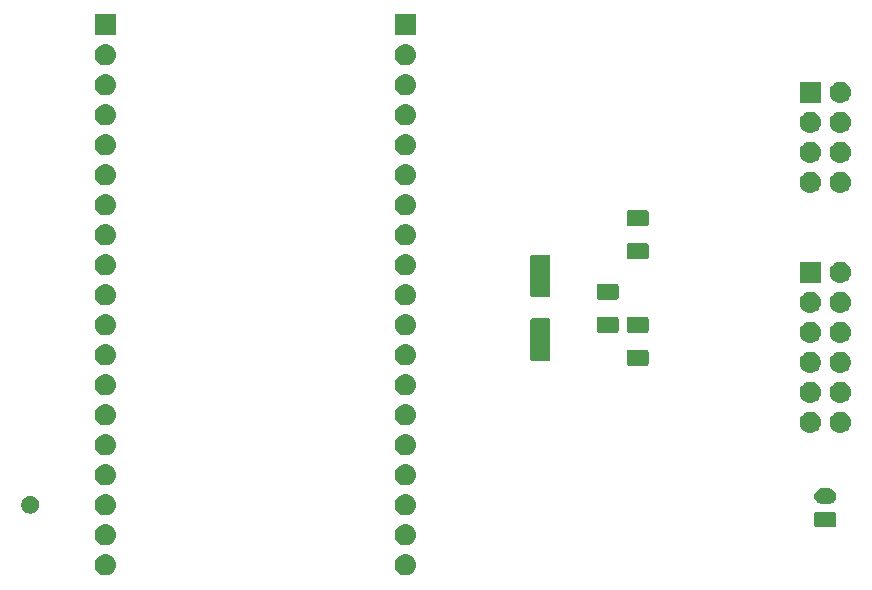
<source format=gbs>
G04 #@! TF.GenerationSoftware,KiCad,Pcbnew,5.0.2-bee76a0~70~ubuntu18.10.1*
G04 #@! TF.CreationDate,2019-04-28T23:28:47+02:00*
G04 #@! TF.ProjectId,carte_RouleMaPoule,63617274-655f-4526-9f75-6c654d61506f,A*
G04 #@! TF.SameCoordinates,Original*
G04 #@! TF.FileFunction,Soldermask,Bot*
G04 #@! TF.FilePolarity,Negative*
%FSLAX46Y46*%
G04 Gerber Fmt 4.6, Leading zero omitted, Abs format (unit mm)*
G04 Created by KiCad (PCBNEW 5.0.2-bee76a0~70~ubuntu18.10.1) date dim. 28 avril 2019 23:28:47 CEST*
%MOMM*%
%LPD*%
G01*
G04 APERTURE LIST*
G04 #@! TA.AperFunction,NonConductor*
%ADD10C,0.100000*%
G04 #@! TD*
G04 APERTURE END LIST*
D10*
G36*
X111870442Y-132455518D02*
X111936627Y-132462037D01*
X112049853Y-132496384D01*
X112106467Y-132513557D01*
X112245087Y-132587652D01*
X112262991Y-132597222D01*
X112298729Y-132626552D01*
X112400186Y-132709814D01*
X112483448Y-132811271D01*
X112512778Y-132847009D01*
X112512779Y-132847011D01*
X112596443Y-133003533D01*
X112596443Y-133003534D01*
X112647963Y-133173373D01*
X112665359Y-133350000D01*
X112647963Y-133526627D01*
X112613616Y-133639853D01*
X112596443Y-133696467D01*
X112522348Y-133835087D01*
X112512778Y-133852991D01*
X112483448Y-133888729D01*
X112400186Y-133990186D01*
X112298729Y-134073448D01*
X112262991Y-134102778D01*
X112262989Y-134102779D01*
X112106467Y-134186443D01*
X112049853Y-134203616D01*
X111936627Y-134237963D01*
X111870443Y-134244481D01*
X111804260Y-134251000D01*
X111715740Y-134251000D01*
X111649557Y-134244481D01*
X111583373Y-134237963D01*
X111470147Y-134203616D01*
X111413533Y-134186443D01*
X111257011Y-134102779D01*
X111257009Y-134102778D01*
X111221271Y-134073448D01*
X111119814Y-133990186D01*
X111036552Y-133888729D01*
X111007222Y-133852991D01*
X110997652Y-133835087D01*
X110923557Y-133696467D01*
X110906384Y-133639853D01*
X110872037Y-133526627D01*
X110854641Y-133350000D01*
X110872037Y-133173373D01*
X110923557Y-133003534D01*
X110923557Y-133003533D01*
X111007221Y-132847011D01*
X111007222Y-132847009D01*
X111036552Y-132811271D01*
X111119814Y-132709814D01*
X111221271Y-132626552D01*
X111257009Y-132597222D01*
X111274913Y-132587652D01*
X111413533Y-132513557D01*
X111470147Y-132496384D01*
X111583373Y-132462037D01*
X111649558Y-132455518D01*
X111715740Y-132449000D01*
X111804260Y-132449000D01*
X111870442Y-132455518D01*
X111870442Y-132455518D01*
G37*
G36*
X86470442Y-132455518D02*
X86536627Y-132462037D01*
X86649853Y-132496384D01*
X86706467Y-132513557D01*
X86845087Y-132587652D01*
X86862991Y-132597222D01*
X86898729Y-132626552D01*
X87000186Y-132709814D01*
X87083448Y-132811271D01*
X87112778Y-132847009D01*
X87112779Y-132847011D01*
X87196443Y-133003533D01*
X87196443Y-133003534D01*
X87247963Y-133173373D01*
X87265359Y-133350000D01*
X87247963Y-133526627D01*
X87213616Y-133639853D01*
X87196443Y-133696467D01*
X87122348Y-133835087D01*
X87112778Y-133852991D01*
X87083448Y-133888729D01*
X87000186Y-133990186D01*
X86898729Y-134073448D01*
X86862991Y-134102778D01*
X86862989Y-134102779D01*
X86706467Y-134186443D01*
X86649853Y-134203616D01*
X86536627Y-134237963D01*
X86470443Y-134244481D01*
X86404260Y-134251000D01*
X86315740Y-134251000D01*
X86249557Y-134244481D01*
X86183373Y-134237963D01*
X86070147Y-134203616D01*
X86013533Y-134186443D01*
X85857011Y-134102779D01*
X85857009Y-134102778D01*
X85821271Y-134073448D01*
X85719814Y-133990186D01*
X85636552Y-133888729D01*
X85607222Y-133852991D01*
X85597652Y-133835087D01*
X85523557Y-133696467D01*
X85506384Y-133639853D01*
X85472037Y-133526627D01*
X85454641Y-133350000D01*
X85472037Y-133173373D01*
X85523557Y-133003534D01*
X85523557Y-133003533D01*
X85607221Y-132847011D01*
X85607222Y-132847009D01*
X85636552Y-132811271D01*
X85719814Y-132709814D01*
X85821271Y-132626552D01*
X85857009Y-132597222D01*
X85874913Y-132587652D01*
X86013533Y-132513557D01*
X86070147Y-132496384D01*
X86183373Y-132462037D01*
X86249558Y-132455518D01*
X86315740Y-132449000D01*
X86404260Y-132449000D01*
X86470442Y-132455518D01*
X86470442Y-132455518D01*
G37*
G36*
X86470442Y-129915518D02*
X86536627Y-129922037D01*
X86649853Y-129956384D01*
X86706467Y-129973557D01*
X86814386Y-130031242D01*
X86862991Y-130057222D01*
X86876537Y-130068339D01*
X87000186Y-130169814D01*
X87083448Y-130271271D01*
X87112778Y-130307009D01*
X87112779Y-130307011D01*
X87196443Y-130463533D01*
X87196443Y-130463534D01*
X87247963Y-130633373D01*
X87265359Y-130810000D01*
X87247963Y-130986627D01*
X87213616Y-131099853D01*
X87196443Y-131156467D01*
X87122348Y-131295087D01*
X87112778Y-131312991D01*
X87083448Y-131348729D01*
X87000186Y-131450186D01*
X86898729Y-131533448D01*
X86862991Y-131562778D01*
X86862989Y-131562779D01*
X86706467Y-131646443D01*
X86649853Y-131663616D01*
X86536627Y-131697963D01*
X86470443Y-131704481D01*
X86404260Y-131711000D01*
X86315740Y-131711000D01*
X86249557Y-131704481D01*
X86183373Y-131697963D01*
X86070147Y-131663616D01*
X86013533Y-131646443D01*
X85857011Y-131562779D01*
X85857009Y-131562778D01*
X85821271Y-131533448D01*
X85719814Y-131450186D01*
X85636552Y-131348729D01*
X85607222Y-131312991D01*
X85597652Y-131295087D01*
X85523557Y-131156467D01*
X85506384Y-131099853D01*
X85472037Y-130986627D01*
X85454641Y-130810000D01*
X85472037Y-130633373D01*
X85523557Y-130463534D01*
X85523557Y-130463533D01*
X85607221Y-130307011D01*
X85607222Y-130307009D01*
X85636552Y-130271271D01*
X85719814Y-130169814D01*
X85843463Y-130068339D01*
X85857009Y-130057222D01*
X85905614Y-130031242D01*
X86013533Y-129973557D01*
X86070147Y-129956384D01*
X86183373Y-129922037D01*
X86249558Y-129915518D01*
X86315740Y-129909000D01*
X86404260Y-129909000D01*
X86470442Y-129915518D01*
X86470442Y-129915518D01*
G37*
G36*
X111870442Y-129915518D02*
X111936627Y-129922037D01*
X112049853Y-129956384D01*
X112106467Y-129973557D01*
X112214386Y-130031242D01*
X112262991Y-130057222D01*
X112276537Y-130068339D01*
X112400186Y-130169814D01*
X112483448Y-130271271D01*
X112512778Y-130307009D01*
X112512779Y-130307011D01*
X112596443Y-130463533D01*
X112596443Y-130463534D01*
X112647963Y-130633373D01*
X112665359Y-130810000D01*
X112647963Y-130986627D01*
X112613616Y-131099853D01*
X112596443Y-131156467D01*
X112522348Y-131295087D01*
X112512778Y-131312991D01*
X112483448Y-131348729D01*
X112400186Y-131450186D01*
X112298729Y-131533448D01*
X112262991Y-131562778D01*
X112262989Y-131562779D01*
X112106467Y-131646443D01*
X112049853Y-131663616D01*
X111936627Y-131697963D01*
X111870443Y-131704481D01*
X111804260Y-131711000D01*
X111715740Y-131711000D01*
X111649557Y-131704481D01*
X111583373Y-131697963D01*
X111470147Y-131663616D01*
X111413533Y-131646443D01*
X111257011Y-131562779D01*
X111257009Y-131562778D01*
X111221271Y-131533448D01*
X111119814Y-131450186D01*
X111036552Y-131348729D01*
X111007222Y-131312991D01*
X110997652Y-131295087D01*
X110923557Y-131156467D01*
X110906384Y-131099853D01*
X110872037Y-130986627D01*
X110854641Y-130810000D01*
X110872037Y-130633373D01*
X110923557Y-130463534D01*
X110923557Y-130463533D01*
X111007221Y-130307011D01*
X111007222Y-130307009D01*
X111036552Y-130271271D01*
X111119814Y-130169814D01*
X111243463Y-130068339D01*
X111257009Y-130057222D01*
X111305614Y-130031242D01*
X111413533Y-129973557D01*
X111470147Y-129956384D01*
X111583373Y-129922037D01*
X111649558Y-129915518D01*
X111715740Y-129909000D01*
X111804260Y-129909000D01*
X111870442Y-129915518D01*
X111870442Y-129915518D01*
G37*
G36*
X148086242Y-128893404D02*
X148123339Y-128904657D01*
X148157520Y-128922927D01*
X148187482Y-128947518D01*
X148212073Y-128977480D01*
X148230343Y-129011661D01*
X148241596Y-129048758D01*
X148246000Y-129093473D01*
X148246000Y-129986527D01*
X148241596Y-130031242D01*
X148230343Y-130068339D01*
X148212073Y-130102520D01*
X148187482Y-130132482D01*
X148157520Y-130157073D01*
X148123339Y-130175343D01*
X148086242Y-130186596D01*
X148041527Y-130191000D01*
X146598473Y-130191000D01*
X146553758Y-130186596D01*
X146516661Y-130175343D01*
X146482480Y-130157073D01*
X146452518Y-130132482D01*
X146427927Y-130102520D01*
X146409657Y-130068339D01*
X146398404Y-130031242D01*
X146394000Y-129986527D01*
X146394000Y-129093473D01*
X146398404Y-129048758D01*
X146409657Y-129011661D01*
X146427927Y-128977480D01*
X146452518Y-128947518D01*
X146482480Y-128922927D01*
X146516661Y-128904657D01*
X146553758Y-128893404D01*
X146598473Y-128889000D01*
X148041527Y-128889000D01*
X148086242Y-128893404D01*
X148086242Y-128893404D01*
G37*
G36*
X86470442Y-127375518D02*
X86536627Y-127382037D01*
X86636661Y-127412382D01*
X86706467Y-127433557D01*
X86845087Y-127507652D01*
X86862991Y-127517222D01*
X86865157Y-127519000D01*
X87000186Y-127629814D01*
X87083448Y-127731271D01*
X87112778Y-127767009D01*
X87112779Y-127767011D01*
X87196443Y-127923533D01*
X87196443Y-127923534D01*
X87247963Y-128093373D01*
X87265359Y-128270000D01*
X87247963Y-128446627D01*
X87235092Y-128489056D01*
X87196443Y-128616467D01*
X87191490Y-128625733D01*
X87112778Y-128772991D01*
X87083448Y-128808729D01*
X87000186Y-128910186D01*
X86900323Y-128992140D01*
X86862991Y-129022778D01*
X86862989Y-129022779D01*
X86706467Y-129106443D01*
X86649853Y-129123616D01*
X86536627Y-129157963D01*
X86470442Y-129164482D01*
X86404260Y-129171000D01*
X86315740Y-129171000D01*
X86249558Y-129164482D01*
X86183373Y-129157963D01*
X86070147Y-129123616D01*
X86013533Y-129106443D01*
X85857011Y-129022779D01*
X85857009Y-129022778D01*
X85819677Y-128992140D01*
X85719814Y-128910186D01*
X85636552Y-128808729D01*
X85607222Y-128772991D01*
X85528510Y-128625733D01*
X85523557Y-128616467D01*
X85484908Y-128489056D01*
X85472037Y-128446627D01*
X85454641Y-128270000D01*
X85472037Y-128093373D01*
X85523557Y-127923534D01*
X85523557Y-127923533D01*
X85607221Y-127767011D01*
X85607222Y-127767009D01*
X85636552Y-127731271D01*
X85719814Y-127629814D01*
X85854843Y-127519000D01*
X85857009Y-127517222D01*
X85874913Y-127507652D01*
X86013533Y-127433557D01*
X86083339Y-127412382D01*
X86183373Y-127382037D01*
X86249558Y-127375518D01*
X86315740Y-127369000D01*
X86404260Y-127369000D01*
X86470442Y-127375518D01*
X86470442Y-127375518D01*
G37*
G36*
X111870442Y-127375518D02*
X111936627Y-127382037D01*
X112036661Y-127412382D01*
X112106467Y-127433557D01*
X112245087Y-127507652D01*
X112262991Y-127517222D01*
X112265157Y-127519000D01*
X112400186Y-127629814D01*
X112483448Y-127731271D01*
X112512778Y-127767009D01*
X112512779Y-127767011D01*
X112596443Y-127923533D01*
X112596443Y-127923534D01*
X112647963Y-128093373D01*
X112665359Y-128270000D01*
X112647963Y-128446627D01*
X112635092Y-128489056D01*
X112596443Y-128616467D01*
X112591490Y-128625733D01*
X112512778Y-128772991D01*
X112483448Y-128808729D01*
X112400186Y-128910186D01*
X112300323Y-128992140D01*
X112262991Y-129022778D01*
X112262989Y-129022779D01*
X112106467Y-129106443D01*
X112049853Y-129123616D01*
X111936627Y-129157963D01*
X111870442Y-129164482D01*
X111804260Y-129171000D01*
X111715740Y-129171000D01*
X111649558Y-129164482D01*
X111583373Y-129157963D01*
X111470147Y-129123616D01*
X111413533Y-129106443D01*
X111257011Y-129022779D01*
X111257009Y-129022778D01*
X111219677Y-128992140D01*
X111119814Y-128910186D01*
X111036552Y-128808729D01*
X111007222Y-128772991D01*
X110928510Y-128625733D01*
X110923557Y-128616467D01*
X110884908Y-128489056D01*
X110872037Y-128446627D01*
X110854641Y-128270000D01*
X110872037Y-128093373D01*
X110923557Y-127923534D01*
X110923557Y-127923533D01*
X111007221Y-127767011D01*
X111007222Y-127767009D01*
X111036552Y-127731271D01*
X111119814Y-127629814D01*
X111254843Y-127519000D01*
X111257009Y-127517222D01*
X111274913Y-127507652D01*
X111413533Y-127433557D01*
X111483339Y-127412382D01*
X111583373Y-127382037D01*
X111649558Y-127375518D01*
X111715740Y-127369000D01*
X111804260Y-127369000D01*
X111870442Y-127375518D01*
X111870442Y-127375518D01*
G37*
G36*
X80142004Y-127530544D02*
X80229059Y-127547860D01*
X80365732Y-127604472D01*
X80365733Y-127604473D01*
X80488738Y-127686662D01*
X80593338Y-127791262D01*
X80593340Y-127791265D01*
X80675528Y-127914268D01*
X80732140Y-128050941D01*
X80761000Y-128196033D01*
X80761000Y-128343967D01*
X80732140Y-128489059D01*
X80675528Y-128625732D01*
X80675527Y-128625733D01*
X80593338Y-128748738D01*
X80488738Y-128853338D01*
X80488735Y-128853340D01*
X80365732Y-128935528D01*
X80229059Y-128992140D01*
X80142004Y-129009456D01*
X80083969Y-129021000D01*
X79936031Y-129021000D01*
X79877996Y-129009456D01*
X79790941Y-128992140D01*
X79654268Y-128935528D01*
X79531265Y-128853340D01*
X79531262Y-128853338D01*
X79426662Y-128748738D01*
X79344473Y-128625733D01*
X79344472Y-128625732D01*
X79287860Y-128489059D01*
X79259000Y-128343967D01*
X79259000Y-128196033D01*
X79287860Y-128050941D01*
X79344472Y-127914268D01*
X79426660Y-127791265D01*
X79426662Y-127791262D01*
X79531262Y-127686662D01*
X79654267Y-127604473D01*
X79654268Y-127604472D01*
X79790941Y-127547860D01*
X79877996Y-127530544D01*
X79936031Y-127519000D01*
X80083969Y-127519000D01*
X80142004Y-127530544D01*
X80142004Y-127530544D01*
G37*
G36*
X147658855Y-126892140D02*
X147722618Y-126898420D01*
X147804427Y-126923237D01*
X147845333Y-126935645D01*
X147945491Y-126989181D01*
X147958426Y-126996095D01*
X148057553Y-127077447D01*
X148138905Y-127176574D01*
X148138906Y-127176576D01*
X148199355Y-127289667D01*
X148199355Y-127289668D01*
X148236580Y-127412382D01*
X148249149Y-127540000D01*
X148236580Y-127667618D01*
X148230803Y-127686662D01*
X148199355Y-127790333D01*
X148145819Y-127890491D01*
X148138905Y-127903426D01*
X148057553Y-128002553D01*
X147958426Y-128083905D01*
X147958424Y-128083906D01*
X147845333Y-128144355D01*
X147804427Y-128156763D01*
X147722618Y-128181580D01*
X147658855Y-128187860D01*
X147626974Y-128191000D01*
X147013026Y-128191000D01*
X146981145Y-128187860D01*
X146917382Y-128181580D01*
X146835573Y-128156763D01*
X146794667Y-128144355D01*
X146681576Y-128083906D01*
X146681574Y-128083905D01*
X146582447Y-128002553D01*
X146501095Y-127903426D01*
X146494181Y-127890491D01*
X146440645Y-127790333D01*
X146409197Y-127686662D01*
X146403420Y-127667618D01*
X146390851Y-127540000D01*
X146403420Y-127412382D01*
X146440645Y-127289668D01*
X146440645Y-127289667D01*
X146501094Y-127176576D01*
X146501095Y-127176574D01*
X146582447Y-127077447D01*
X146681574Y-126996095D01*
X146694509Y-126989181D01*
X146794667Y-126935645D01*
X146835573Y-126923237D01*
X146917382Y-126898420D01*
X146981145Y-126892140D01*
X147013026Y-126889000D01*
X147626974Y-126889000D01*
X147658855Y-126892140D01*
X147658855Y-126892140D01*
G37*
G36*
X86470443Y-124835519D02*
X86536627Y-124842037D01*
X86649853Y-124876384D01*
X86706467Y-124893557D01*
X86845087Y-124967652D01*
X86862991Y-124977222D01*
X86898729Y-125006552D01*
X87000186Y-125089814D01*
X87083448Y-125191271D01*
X87112778Y-125227009D01*
X87112779Y-125227011D01*
X87196443Y-125383533D01*
X87196443Y-125383534D01*
X87247963Y-125553373D01*
X87265359Y-125730000D01*
X87247963Y-125906627D01*
X87213616Y-126019853D01*
X87196443Y-126076467D01*
X87122348Y-126215087D01*
X87112778Y-126232991D01*
X87083448Y-126268729D01*
X87000186Y-126370186D01*
X86898729Y-126453448D01*
X86862991Y-126482778D01*
X86862989Y-126482779D01*
X86706467Y-126566443D01*
X86649853Y-126583616D01*
X86536627Y-126617963D01*
X86470442Y-126624482D01*
X86404260Y-126631000D01*
X86315740Y-126631000D01*
X86249558Y-126624482D01*
X86183373Y-126617963D01*
X86070147Y-126583616D01*
X86013533Y-126566443D01*
X85857011Y-126482779D01*
X85857009Y-126482778D01*
X85821271Y-126453448D01*
X85719814Y-126370186D01*
X85636552Y-126268729D01*
X85607222Y-126232991D01*
X85597652Y-126215087D01*
X85523557Y-126076467D01*
X85506384Y-126019853D01*
X85472037Y-125906627D01*
X85454641Y-125730000D01*
X85472037Y-125553373D01*
X85523557Y-125383534D01*
X85523557Y-125383533D01*
X85607221Y-125227011D01*
X85607222Y-125227009D01*
X85636552Y-125191271D01*
X85719814Y-125089814D01*
X85821271Y-125006552D01*
X85857009Y-124977222D01*
X85874913Y-124967652D01*
X86013533Y-124893557D01*
X86070147Y-124876384D01*
X86183373Y-124842037D01*
X86249557Y-124835519D01*
X86315740Y-124829000D01*
X86404260Y-124829000D01*
X86470443Y-124835519D01*
X86470443Y-124835519D01*
G37*
G36*
X111870443Y-124835519D02*
X111936627Y-124842037D01*
X112049853Y-124876384D01*
X112106467Y-124893557D01*
X112245087Y-124967652D01*
X112262991Y-124977222D01*
X112298729Y-125006552D01*
X112400186Y-125089814D01*
X112483448Y-125191271D01*
X112512778Y-125227009D01*
X112512779Y-125227011D01*
X112596443Y-125383533D01*
X112596443Y-125383534D01*
X112647963Y-125553373D01*
X112665359Y-125730000D01*
X112647963Y-125906627D01*
X112613616Y-126019853D01*
X112596443Y-126076467D01*
X112522348Y-126215087D01*
X112512778Y-126232991D01*
X112483448Y-126268729D01*
X112400186Y-126370186D01*
X112298729Y-126453448D01*
X112262991Y-126482778D01*
X112262989Y-126482779D01*
X112106467Y-126566443D01*
X112049853Y-126583616D01*
X111936627Y-126617963D01*
X111870442Y-126624482D01*
X111804260Y-126631000D01*
X111715740Y-126631000D01*
X111649558Y-126624482D01*
X111583373Y-126617963D01*
X111470147Y-126583616D01*
X111413533Y-126566443D01*
X111257011Y-126482779D01*
X111257009Y-126482778D01*
X111221271Y-126453448D01*
X111119814Y-126370186D01*
X111036552Y-126268729D01*
X111007222Y-126232991D01*
X110997652Y-126215087D01*
X110923557Y-126076467D01*
X110906384Y-126019853D01*
X110872037Y-125906627D01*
X110854641Y-125730000D01*
X110872037Y-125553373D01*
X110923557Y-125383534D01*
X110923557Y-125383533D01*
X111007221Y-125227011D01*
X111007222Y-125227009D01*
X111036552Y-125191271D01*
X111119814Y-125089814D01*
X111221271Y-125006552D01*
X111257009Y-124977222D01*
X111274913Y-124967652D01*
X111413533Y-124893557D01*
X111470147Y-124876384D01*
X111583373Y-124842037D01*
X111649557Y-124835519D01*
X111715740Y-124829000D01*
X111804260Y-124829000D01*
X111870443Y-124835519D01*
X111870443Y-124835519D01*
G37*
G36*
X86470443Y-122295519D02*
X86536627Y-122302037D01*
X86649853Y-122336384D01*
X86706467Y-122353557D01*
X86845087Y-122427652D01*
X86862991Y-122437222D01*
X86898729Y-122466552D01*
X87000186Y-122549814D01*
X87083448Y-122651271D01*
X87112778Y-122687009D01*
X87112779Y-122687011D01*
X87196443Y-122843533D01*
X87196443Y-122843534D01*
X87247963Y-123013373D01*
X87265359Y-123190000D01*
X87247963Y-123366627D01*
X87213616Y-123479853D01*
X87196443Y-123536467D01*
X87122348Y-123675087D01*
X87112778Y-123692991D01*
X87083448Y-123728729D01*
X87000186Y-123830186D01*
X86898729Y-123913448D01*
X86862991Y-123942778D01*
X86862989Y-123942779D01*
X86706467Y-124026443D01*
X86649853Y-124043616D01*
X86536627Y-124077963D01*
X86470442Y-124084482D01*
X86404260Y-124091000D01*
X86315740Y-124091000D01*
X86249558Y-124084482D01*
X86183373Y-124077963D01*
X86070147Y-124043616D01*
X86013533Y-124026443D01*
X85857011Y-123942779D01*
X85857009Y-123942778D01*
X85821271Y-123913448D01*
X85719814Y-123830186D01*
X85636552Y-123728729D01*
X85607222Y-123692991D01*
X85597652Y-123675087D01*
X85523557Y-123536467D01*
X85506384Y-123479853D01*
X85472037Y-123366627D01*
X85454641Y-123190000D01*
X85472037Y-123013373D01*
X85523557Y-122843534D01*
X85523557Y-122843533D01*
X85607221Y-122687011D01*
X85607222Y-122687009D01*
X85636552Y-122651271D01*
X85719814Y-122549814D01*
X85821271Y-122466552D01*
X85857009Y-122437222D01*
X85874913Y-122427652D01*
X86013533Y-122353557D01*
X86070147Y-122336384D01*
X86183373Y-122302037D01*
X86249557Y-122295519D01*
X86315740Y-122289000D01*
X86404260Y-122289000D01*
X86470443Y-122295519D01*
X86470443Y-122295519D01*
G37*
G36*
X111870443Y-122295519D02*
X111936627Y-122302037D01*
X112049853Y-122336384D01*
X112106467Y-122353557D01*
X112245087Y-122427652D01*
X112262991Y-122437222D01*
X112298729Y-122466552D01*
X112400186Y-122549814D01*
X112483448Y-122651271D01*
X112512778Y-122687009D01*
X112512779Y-122687011D01*
X112596443Y-122843533D01*
X112596443Y-122843534D01*
X112647963Y-123013373D01*
X112665359Y-123190000D01*
X112647963Y-123366627D01*
X112613616Y-123479853D01*
X112596443Y-123536467D01*
X112522348Y-123675087D01*
X112512778Y-123692991D01*
X112483448Y-123728729D01*
X112400186Y-123830186D01*
X112298729Y-123913448D01*
X112262991Y-123942778D01*
X112262989Y-123942779D01*
X112106467Y-124026443D01*
X112049853Y-124043616D01*
X111936627Y-124077963D01*
X111870442Y-124084482D01*
X111804260Y-124091000D01*
X111715740Y-124091000D01*
X111649558Y-124084482D01*
X111583373Y-124077963D01*
X111470147Y-124043616D01*
X111413533Y-124026443D01*
X111257011Y-123942779D01*
X111257009Y-123942778D01*
X111221271Y-123913448D01*
X111119814Y-123830186D01*
X111036552Y-123728729D01*
X111007222Y-123692991D01*
X110997652Y-123675087D01*
X110923557Y-123536467D01*
X110906384Y-123479853D01*
X110872037Y-123366627D01*
X110854641Y-123190000D01*
X110872037Y-123013373D01*
X110923557Y-122843534D01*
X110923557Y-122843533D01*
X111007221Y-122687011D01*
X111007222Y-122687009D01*
X111036552Y-122651271D01*
X111119814Y-122549814D01*
X111221271Y-122466552D01*
X111257009Y-122437222D01*
X111274913Y-122427652D01*
X111413533Y-122353557D01*
X111470147Y-122336384D01*
X111583373Y-122302037D01*
X111649557Y-122295519D01*
X111715740Y-122289000D01*
X111804260Y-122289000D01*
X111870443Y-122295519D01*
X111870443Y-122295519D01*
G37*
G36*
X148700443Y-120390519D02*
X148766627Y-120397037D01*
X148879853Y-120431384D01*
X148936467Y-120448557D01*
X149075087Y-120522652D01*
X149092991Y-120532222D01*
X149128729Y-120561552D01*
X149230186Y-120644814D01*
X149313448Y-120746271D01*
X149342778Y-120782009D01*
X149342779Y-120782011D01*
X149426443Y-120938533D01*
X149426443Y-120938534D01*
X149477963Y-121108373D01*
X149495359Y-121285000D01*
X149477963Y-121461627D01*
X149470435Y-121486443D01*
X149426443Y-121631467D01*
X149352348Y-121770087D01*
X149342778Y-121787991D01*
X149313448Y-121823729D01*
X149230186Y-121925186D01*
X149128729Y-122008448D01*
X149092991Y-122037778D01*
X149092989Y-122037779D01*
X148936467Y-122121443D01*
X148879853Y-122138616D01*
X148766627Y-122172963D01*
X148700442Y-122179482D01*
X148634260Y-122186000D01*
X148545740Y-122186000D01*
X148479558Y-122179482D01*
X148413373Y-122172963D01*
X148300147Y-122138616D01*
X148243533Y-122121443D01*
X148087011Y-122037779D01*
X148087009Y-122037778D01*
X148051271Y-122008448D01*
X147949814Y-121925186D01*
X147866552Y-121823729D01*
X147837222Y-121787991D01*
X147827652Y-121770087D01*
X147753557Y-121631467D01*
X147709565Y-121486443D01*
X147702037Y-121461627D01*
X147684641Y-121285000D01*
X147702037Y-121108373D01*
X147753557Y-120938534D01*
X147753557Y-120938533D01*
X147837221Y-120782011D01*
X147837222Y-120782009D01*
X147866552Y-120746271D01*
X147949814Y-120644814D01*
X148051271Y-120561552D01*
X148087009Y-120532222D01*
X148104913Y-120522652D01*
X148243533Y-120448557D01*
X148300147Y-120431384D01*
X148413373Y-120397037D01*
X148479557Y-120390519D01*
X148545740Y-120384000D01*
X148634260Y-120384000D01*
X148700443Y-120390519D01*
X148700443Y-120390519D01*
G37*
G36*
X146160443Y-120390519D02*
X146226627Y-120397037D01*
X146339853Y-120431384D01*
X146396467Y-120448557D01*
X146535087Y-120522652D01*
X146552991Y-120532222D01*
X146588729Y-120561552D01*
X146690186Y-120644814D01*
X146773448Y-120746271D01*
X146802778Y-120782009D01*
X146802779Y-120782011D01*
X146886443Y-120938533D01*
X146886443Y-120938534D01*
X146937963Y-121108373D01*
X146955359Y-121285000D01*
X146937963Y-121461627D01*
X146930435Y-121486443D01*
X146886443Y-121631467D01*
X146812348Y-121770087D01*
X146802778Y-121787991D01*
X146773448Y-121823729D01*
X146690186Y-121925186D01*
X146588729Y-122008448D01*
X146552991Y-122037778D01*
X146552989Y-122037779D01*
X146396467Y-122121443D01*
X146339853Y-122138616D01*
X146226627Y-122172963D01*
X146160442Y-122179482D01*
X146094260Y-122186000D01*
X146005740Y-122186000D01*
X145939558Y-122179482D01*
X145873373Y-122172963D01*
X145760147Y-122138616D01*
X145703533Y-122121443D01*
X145547011Y-122037779D01*
X145547009Y-122037778D01*
X145511271Y-122008448D01*
X145409814Y-121925186D01*
X145326552Y-121823729D01*
X145297222Y-121787991D01*
X145287652Y-121770087D01*
X145213557Y-121631467D01*
X145169565Y-121486443D01*
X145162037Y-121461627D01*
X145144641Y-121285000D01*
X145162037Y-121108373D01*
X145213557Y-120938534D01*
X145213557Y-120938533D01*
X145297221Y-120782011D01*
X145297222Y-120782009D01*
X145326552Y-120746271D01*
X145409814Y-120644814D01*
X145511271Y-120561552D01*
X145547009Y-120532222D01*
X145564913Y-120522652D01*
X145703533Y-120448557D01*
X145760147Y-120431384D01*
X145873373Y-120397037D01*
X145939557Y-120390519D01*
X146005740Y-120384000D01*
X146094260Y-120384000D01*
X146160443Y-120390519D01*
X146160443Y-120390519D01*
G37*
G36*
X111870442Y-119755518D02*
X111936627Y-119762037D01*
X112049853Y-119796384D01*
X112106467Y-119813557D01*
X112245087Y-119887652D01*
X112262991Y-119897222D01*
X112298729Y-119926552D01*
X112400186Y-120009814D01*
X112483448Y-120111271D01*
X112512778Y-120147009D01*
X112512779Y-120147011D01*
X112596443Y-120303533D01*
X112596443Y-120303534D01*
X112647963Y-120473373D01*
X112665359Y-120650000D01*
X112647963Y-120826627D01*
X112614017Y-120938533D01*
X112596443Y-120996467D01*
X112536627Y-121108373D01*
X112512778Y-121152991D01*
X112483448Y-121188729D01*
X112400186Y-121290186D01*
X112298729Y-121373448D01*
X112262991Y-121402778D01*
X112262989Y-121402779D01*
X112106467Y-121486443D01*
X112049853Y-121503616D01*
X111936627Y-121537963D01*
X111870443Y-121544481D01*
X111804260Y-121551000D01*
X111715740Y-121551000D01*
X111649557Y-121544481D01*
X111583373Y-121537963D01*
X111470147Y-121503616D01*
X111413533Y-121486443D01*
X111257011Y-121402779D01*
X111257009Y-121402778D01*
X111221271Y-121373448D01*
X111119814Y-121290186D01*
X111036552Y-121188729D01*
X111007222Y-121152991D01*
X110983373Y-121108373D01*
X110923557Y-120996467D01*
X110905983Y-120938533D01*
X110872037Y-120826627D01*
X110854641Y-120650000D01*
X110872037Y-120473373D01*
X110923557Y-120303534D01*
X110923557Y-120303533D01*
X111007221Y-120147011D01*
X111007222Y-120147009D01*
X111036552Y-120111271D01*
X111119814Y-120009814D01*
X111221271Y-119926552D01*
X111257009Y-119897222D01*
X111274913Y-119887652D01*
X111413533Y-119813557D01*
X111470147Y-119796384D01*
X111583373Y-119762037D01*
X111649558Y-119755518D01*
X111715740Y-119749000D01*
X111804260Y-119749000D01*
X111870442Y-119755518D01*
X111870442Y-119755518D01*
G37*
G36*
X86470442Y-119755518D02*
X86536627Y-119762037D01*
X86649853Y-119796384D01*
X86706467Y-119813557D01*
X86845087Y-119887652D01*
X86862991Y-119897222D01*
X86898729Y-119926552D01*
X87000186Y-120009814D01*
X87083448Y-120111271D01*
X87112778Y-120147009D01*
X87112779Y-120147011D01*
X87196443Y-120303533D01*
X87196443Y-120303534D01*
X87247963Y-120473373D01*
X87265359Y-120650000D01*
X87247963Y-120826627D01*
X87214017Y-120938533D01*
X87196443Y-120996467D01*
X87136627Y-121108373D01*
X87112778Y-121152991D01*
X87083448Y-121188729D01*
X87000186Y-121290186D01*
X86898729Y-121373448D01*
X86862991Y-121402778D01*
X86862989Y-121402779D01*
X86706467Y-121486443D01*
X86649853Y-121503616D01*
X86536627Y-121537963D01*
X86470443Y-121544481D01*
X86404260Y-121551000D01*
X86315740Y-121551000D01*
X86249557Y-121544481D01*
X86183373Y-121537963D01*
X86070147Y-121503616D01*
X86013533Y-121486443D01*
X85857011Y-121402779D01*
X85857009Y-121402778D01*
X85821271Y-121373448D01*
X85719814Y-121290186D01*
X85636552Y-121188729D01*
X85607222Y-121152991D01*
X85583373Y-121108373D01*
X85523557Y-120996467D01*
X85505983Y-120938533D01*
X85472037Y-120826627D01*
X85454641Y-120650000D01*
X85472037Y-120473373D01*
X85523557Y-120303534D01*
X85523557Y-120303533D01*
X85607221Y-120147011D01*
X85607222Y-120147009D01*
X85636552Y-120111271D01*
X85719814Y-120009814D01*
X85821271Y-119926552D01*
X85857009Y-119897222D01*
X85874913Y-119887652D01*
X86013533Y-119813557D01*
X86070147Y-119796384D01*
X86183373Y-119762037D01*
X86249558Y-119755518D01*
X86315740Y-119749000D01*
X86404260Y-119749000D01*
X86470442Y-119755518D01*
X86470442Y-119755518D01*
G37*
G36*
X148700442Y-117850518D02*
X148766627Y-117857037D01*
X148879853Y-117891384D01*
X148936467Y-117908557D01*
X149075087Y-117982652D01*
X149092991Y-117992222D01*
X149128729Y-118021552D01*
X149230186Y-118104814D01*
X149313448Y-118206271D01*
X149342778Y-118242009D01*
X149342779Y-118242011D01*
X149426443Y-118398533D01*
X149426443Y-118398534D01*
X149477963Y-118568373D01*
X149495359Y-118745000D01*
X149477963Y-118921627D01*
X149470435Y-118946443D01*
X149426443Y-119091467D01*
X149352348Y-119230087D01*
X149342778Y-119247991D01*
X149313448Y-119283729D01*
X149230186Y-119385186D01*
X149128729Y-119468448D01*
X149092991Y-119497778D01*
X149092989Y-119497779D01*
X148936467Y-119581443D01*
X148879853Y-119598616D01*
X148766627Y-119632963D01*
X148700443Y-119639481D01*
X148634260Y-119646000D01*
X148545740Y-119646000D01*
X148479557Y-119639481D01*
X148413373Y-119632963D01*
X148300147Y-119598616D01*
X148243533Y-119581443D01*
X148087011Y-119497779D01*
X148087009Y-119497778D01*
X148051271Y-119468448D01*
X147949814Y-119385186D01*
X147866552Y-119283729D01*
X147837222Y-119247991D01*
X147827652Y-119230087D01*
X147753557Y-119091467D01*
X147709565Y-118946443D01*
X147702037Y-118921627D01*
X147684641Y-118745000D01*
X147702037Y-118568373D01*
X147753557Y-118398534D01*
X147753557Y-118398533D01*
X147837221Y-118242011D01*
X147837222Y-118242009D01*
X147866552Y-118206271D01*
X147949814Y-118104814D01*
X148051271Y-118021552D01*
X148087009Y-117992222D01*
X148104913Y-117982652D01*
X148243533Y-117908557D01*
X148300147Y-117891384D01*
X148413373Y-117857037D01*
X148479558Y-117850518D01*
X148545740Y-117844000D01*
X148634260Y-117844000D01*
X148700442Y-117850518D01*
X148700442Y-117850518D01*
G37*
G36*
X146160442Y-117850518D02*
X146226627Y-117857037D01*
X146339853Y-117891384D01*
X146396467Y-117908557D01*
X146535087Y-117982652D01*
X146552991Y-117992222D01*
X146588729Y-118021552D01*
X146690186Y-118104814D01*
X146773448Y-118206271D01*
X146802778Y-118242009D01*
X146802779Y-118242011D01*
X146886443Y-118398533D01*
X146886443Y-118398534D01*
X146937963Y-118568373D01*
X146955359Y-118745000D01*
X146937963Y-118921627D01*
X146930435Y-118946443D01*
X146886443Y-119091467D01*
X146812348Y-119230087D01*
X146802778Y-119247991D01*
X146773448Y-119283729D01*
X146690186Y-119385186D01*
X146588729Y-119468448D01*
X146552991Y-119497778D01*
X146552989Y-119497779D01*
X146396467Y-119581443D01*
X146339853Y-119598616D01*
X146226627Y-119632963D01*
X146160443Y-119639481D01*
X146094260Y-119646000D01*
X146005740Y-119646000D01*
X145939557Y-119639481D01*
X145873373Y-119632963D01*
X145760147Y-119598616D01*
X145703533Y-119581443D01*
X145547011Y-119497779D01*
X145547009Y-119497778D01*
X145511271Y-119468448D01*
X145409814Y-119385186D01*
X145326552Y-119283729D01*
X145297222Y-119247991D01*
X145287652Y-119230087D01*
X145213557Y-119091467D01*
X145169565Y-118946443D01*
X145162037Y-118921627D01*
X145144641Y-118745000D01*
X145162037Y-118568373D01*
X145213557Y-118398534D01*
X145213557Y-118398533D01*
X145297221Y-118242011D01*
X145297222Y-118242009D01*
X145326552Y-118206271D01*
X145409814Y-118104814D01*
X145511271Y-118021552D01*
X145547009Y-117992222D01*
X145564913Y-117982652D01*
X145703533Y-117908557D01*
X145760147Y-117891384D01*
X145873373Y-117857037D01*
X145939558Y-117850518D01*
X146005740Y-117844000D01*
X146094260Y-117844000D01*
X146160442Y-117850518D01*
X146160442Y-117850518D01*
G37*
G36*
X86470443Y-117215519D02*
X86536627Y-117222037D01*
X86649853Y-117256384D01*
X86706467Y-117273557D01*
X86845087Y-117347652D01*
X86862991Y-117357222D01*
X86898729Y-117386552D01*
X87000186Y-117469814D01*
X87083448Y-117571271D01*
X87112778Y-117607009D01*
X87112779Y-117607011D01*
X87196443Y-117763533D01*
X87196443Y-117763534D01*
X87247963Y-117933373D01*
X87265359Y-118110000D01*
X87247963Y-118286627D01*
X87214017Y-118398533D01*
X87196443Y-118456467D01*
X87136627Y-118568373D01*
X87112778Y-118612991D01*
X87083448Y-118648729D01*
X87000186Y-118750186D01*
X86898729Y-118833448D01*
X86862991Y-118862778D01*
X86862989Y-118862779D01*
X86706467Y-118946443D01*
X86649853Y-118963616D01*
X86536627Y-118997963D01*
X86470443Y-119004481D01*
X86404260Y-119011000D01*
X86315740Y-119011000D01*
X86249557Y-119004481D01*
X86183373Y-118997963D01*
X86070147Y-118963616D01*
X86013533Y-118946443D01*
X85857011Y-118862779D01*
X85857009Y-118862778D01*
X85821271Y-118833448D01*
X85719814Y-118750186D01*
X85636552Y-118648729D01*
X85607222Y-118612991D01*
X85583373Y-118568373D01*
X85523557Y-118456467D01*
X85505983Y-118398533D01*
X85472037Y-118286627D01*
X85454641Y-118110000D01*
X85472037Y-117933373D01*
X85523557Y-117763534D01*
X85523557Y-117763533D01*
X85607221Y-117607011D01*
X85607222Y-117607009D01*
X85636552Y-117571271D01*
X85719814Y-117469814D01*
X85821271Y-117386552D01*
X85857009Y-117357222D01*
X85874913Y-117347652D01*
X86013533Y-117273557D01*
X86070147Y-117256384D01*
X86183373Y-117222037D01*
X86249557Y-117215519D01*
X86315740Y-117209000D01*
X86404260Y-117209000D01*
X86470443Y-117215519D01*
X86470443Y-117215519D01*
G37*
G36*
X111870443Y-117215519D02*
X111936627Y-117222037D01*
X112049853Y-117256384D01*
X112106467Y-117273557D01*
X112245087Y-117347652D01*
X112262991Y-117357222D01*
X112298729Y-117386552D01*
X112400186Y-117469814D01*
X112483448Y-117571271D01*
X112512778Y-117607009D01*
X112512779Y-117607011D01*
X112596443Y-117763533D01*
X112596443Y-117763534D01*
X112647963Y-117933373D01*
X112665359Y-118110000D01*
X112647963Y-118286627D01*
X112614017Y-118398533D01*
X112596443Y-118456467D01*
X112536627Y-118568373D01*
X112512778Y-118612991D01*
X112483448Y-118648729D01*
X112400186Y-118750186D01*
X112298729Y-118833448D01*
X112262991Y-118862778D01*
X112262989Y-118862779D01*
X112106467Y-118946443D01*
X112049853Y-118963616D01*
X111936627Y-118997963D01*
X111870443Y-119004481D01*
X111804260Y-119011000D01*
X111715740Y-119011000D01*
X111649557Y-119004481D01*
X111583373Y-118997963D01*
X111470147Y-118963616D01*
X111413533Y-118946443D01*
X111257011Y-118862779D01*
X111257009Y-118862778D01*
X111221271Y-118833448D01*
X111119814Y-118750186D01*
X111036552Y-118648729D01*
X111007222Y-118612991D01*
X110983373Y-118568373D01*
X110923557Y-118456467D01*
X110905983Y-118398533D01*
X110872037Y-118286627D01*
X110854641Y-118110000D01*
X110872037Y-117933373D01*
X110923557Y-117763534D01*
X110923557Y-117763533D01*
X111007221Y-117607011D01*
X111007222Y-117607009D01*
X111036552Y-117571271D01*
X111119814Y-117469814D01*
X111221271Y-117386552D01*
X111257009Y-117357222D01*
X111274913Y-117347652D01*
X111413533Y-117273557D01*
X111470147Y-117256384D01*
X111583373Y-117222037D01*
X111649557Y-117215519D01*
X111715740Y-117209000D01*
X111804260Y-117209000D01*
X111870443Y-117215519D01*
X111870443Y-117215519D01*
G37*
G36*
X146160442Y-115310518D02*
X146226627Y-115317037D01*
X146339853Y-115351384D01*
X146396467Y-115368557D01*
X146500940Y-115424400D01*
X146552991Y-115452222D01*
X146588729Y-115481552D01*
X146690186Y-115564814D01*
X146773448Y-115666271D01*
X146802778Y-115702009D01*
X146802779Y-115702011D01*
X146886443Y-115858533D01*
X146903530Y-115914862D01*
X146937963Y-116028373D01*
X146955359Y-116205000D01*
X146937963Y-116381627D01*
X146914807Y-116457963D01*
X146886443Y-116551467D01*
X146812348Y-116690087D01*
X146802778Y-116707991D01*
X146773448Y-116743729D01*
X146690186Y-116845186D01*
X146588729Y-116928448D01*
X146552991Y-116957778D01*
X146552989Y-116957779D01*
X146396467Y-117041443D01*
X146339853Y-117058616D01*
X146226627Y-117092963D01*
X146160443Y-117099481D01*
X146094260Y-117106000D01*
X146005740Y-117106000D01*
X145939557Y-117099481D01*
X145873373Y-117092963D01*
X145760147Y-117058616D01*
X145703533Y-117041443D01*
X145547011Y-116957779D01*
X145547009Y-116957778D01*
X145511271Y-116928448D01*
X145409814Y-116845186D01*
X145326552Y-116743729D01*
X145297222Y-116707991D01*
X145287652Y-116690087D01*
X145213557Y-116551467D01*
X145185193Y-116457963D01*
X145162037Y-116381627D01*
X145144641Y-116205000D01*
X145162037Y-116028373D01*
X145196470Y-115914862D01*
X145213557Y-115858533D01*
X145297221Y-115702011D01*
X145297222Y-115702009D01*
X145326552Y-115666271D01*
X145409814Y-115564814D01*
X145511271Y-115481552D01*
X145547009Y-115452222D01*
X145599060Y-115424400D01*
X145703533Y-115368557D01*
X145760147Y-115351384D01*
X145873373Y-115317037D01*
X145939558Y-115310518D01*
X146005740Y-115304000D01*
X146094260Y-115304000D01*
X146160442Y-115310518D01*
X146160442Y-115310518D01*
G37*
G36*
X148700442Y-115310518D02*
X148766627Y-115317037D01*
X148879853Y-115351384D01*
X148936467Y-115368557D01*
X149040940Y-115424400D01*
X149092991Y-115452222D01*
X149128729Y-115481552D01*
X149230186Y-115564814D01*
X149313448Y-115666271D01*
X149342778Y-115702009D01*
X149342779Y-115702011D01*
X149426443Y-115858533D01*
X149443530Y-115914862D01*
X149477963Y-116028373D01*
X149495359Y-116205000D01*
X149477963Y-116381627D01*
X149454807Y-116457963D01*
X149426443Y-116551467D01*
X149352348Y-116690087D01*
X149342778Y-116707991D01*
X149313448Y-116743729D01*
X149230186Y-116845186D01*
X149128729Y-116928448D01*
X149092991Y-116957778D01*
X149092989Y-116957779D01*
X148936467Y-117041443D01*
X148879853Y-117058616D01*
X148766627Y-117092963D01*
X148700443Y-117099481D01*
X148634260Y-117106000D01*
X148545740Y-117106000D01*
X148479557Y-117099481D01*
X148413373Y-117092963D01*
X148300147Y-117058616D01*
X148243533Y-117041443D01*
X148087011Y-116957779D01*
X148087009Y-116957778D01*
X148051271Y-116928448D01*
X147949814Y-116845186D01*
X147866552Y-116743729D01*
X147837222Y-116707991D01*
X147827652Y-116690087D01*
X147753557Y-116551467D01*
X147725193Y-116457963D01*
X147702037Y-116381627D01*
X147684641Y-116205000D01*
X147702037Y-116028373D01*
X147736470Y-115914862D01*
X147753557Y-115858533D01*
X147837221Y-115702011D01*
X147837222Y-115702009D01*
X147866552Y-115666271D01*
X147949814Y-115564814D01*
X148051271Y-115481552D01*
X148087009Y-115452222D01*
X148139060Y-115424400D01*
X148243533Y-115368557D01*
X148300147Y-115351384D01*
X148413373Y-115317037D01*
X148479558Y-115310518D01*
X148545740Y-115304000D01*
X148634260Y-115304000D01*
X148700442Y-115310518D01*
X148700442Y-115310518D01*
G37*
G36*
X132213604Y-115158347D02*
X132250145Y-115169432D01*
X132283820Y-115187431D01*
X132313341Y-115211659D01*
X132337569Y-115241180D01*
X132355568Y-115274855D01*
X132366653Y-115311396D01*
X132371000Y-115355538D01*
X132371000Y-116304462D01*
X132366653Y-116348604D01*
X132355568Y-116385145D01*
X132337569Y-116418820D01*
X132313341Y-116448341D01*
X132283820Y-116472569D01*
X132250145Y-116490568D01*
X132213604Y-116501653D01*
X132169462Y-116506000D01*
X130720538Y-116506000D01*
X130676396Y-116501653D01*
X130639855Y-116490568D01*
X130606180Y-116472569D01*
X130576659Y-116448341D01*
X130552431Y-116418820D01*
X130534432Y-116385145D01*
X130523347Y-116348604D01*
X130519000Y-116304462D01*
X130519000Y-115355538D01*
X130523347Y-115311396D01*
X130534432Y-115274855D01*
X130552431Y-115241180D01*
X130576659Y-115211659D01*
X130606180Y-115187431D01*
X130639855Y-115169432D01*
X130676396Y-115158347D01*
X130720538Y-115154000D01*
X132169462Y-115154000D01*
X132213604Y-115158347D01*
X132213604Y-115158347D01*
G37*
G36*
X111870443Y-114675519D02*
X111936627Y-114682037D01*
X112049853Y-114716384D01*
X112106467Y-114733557D01*
X112245087Y-114807652D01*
X112262991Y-114817222D01*
X112298729Y-114846552D01*
X112400186Y-114929814D01*
X112483448Y-115031271D01*
X112512778Y-115067009D01*
X112512779Y-115067011D01*
X112596443Y-115223533D01*
X112596443Y-115223534D01*
X112647963Y-115393373D01*
X112665359Y-115570000D01*
X112647963Y-115746627D01*
X112621136Y-115835063D01*
X112596443Y-115916467D01*
X112540746Y-116020667D01*
X112512778Y-116072991D01*
X112501495Y-116086739D01*
X112400186Y-116210186D01*
X112304939Y-116288352D01*
X112262991Y-116322778D01*
X112262989Y-116322779D01*
X112106467Y-116406443D01*
X112049853Y-116423616D01*
X111936627Y-116457963D01*
X111870442Y-116464482D01*
X111804260Y-116471000D01*
X111715740Y-116471000D01*
X111649558Y-116464482D01*
X111583373Y-116457963D01*
X111470147Y-116423616D01*
X111413533Y-116406443D01*
X111257011Y-116322779D01*
X111257009Y-116322778D01*
X111215061Y-116288352D01*
X111119814Y-116210186D01*
X111018505Y-116086739D01*
X111007222Y-116072991D01*
X110979254Y-116020667D01*
X110923557Y-115916467D01*
X110898864Y-115835063D01*
X110872037Y-115746627D01*
X110854641Y-115570000D01*
X110872037Y-115393373D01*
X110923557Y-115223534D01*
X110923557Y-115223533D01*
X111007221Y-115067011D01*
X111007222Y-115067009D01*
X111036552Y-115031271D01*
X111119814Y-114929814D01*
X111221271Y-114846552D01*
X111257009Y-114817222D01*
X111274913Y-114807652D01*
X111413533Y-114733557D01*
X111470147Y-114716384D01*
X111583373Y-114682037D01*
X111649557Y-114675519D01*
X111715740Y-114669000D01*
X111804260Y-114669000D01*
X111870443Y-114675519D01*
X111870443Y-114675519D01*
G37*
G36*
X86470443Y-114675519D02*
X86536627Y-114682037D01*
X86649853Y-114716384D01*
X86706467Y-114733557D01*
X86845087Y-114807652D01*
X86862991Y-114817222D01*
X86898729Y-114846552D01*
X87000186Y-114929814D01*
X87083448Y-115031271D01*
X87112778Y-115067009D01*
X87112779Y-115067011D01*
X87196443Y-115223533D01*
X87196443Y-115223534D01*
X87247963Y-115393373D01*
X87265359Y-115570000D01*
X87247963Y-115746627D01*
X87221136Y-115835063D01*
X87196443Y-115916467D01*
X87140746Y-116020667D01*
X87112778Y-116072991D01*
X87101495Y-116086739D01*
X87000186Y-116210186D01*
X86904939Y-116288352D01*
X86862991Y-116322778D01*
X86862989Y-116322779D01*
X86706467Y-116406443D01*
X86649853Y-116423616D01*
X86536627Y-116457963D01*
X86470442Y-116464482D01*
X86404260Y-116471000D01*
X86315740Y-116471000D01*
X86249558Y-116464482D01*
X86183373Y-116457963D01*
X86070147Y-116423616D01*
X86013533Y-116406443D01*
X85857011Y-116322779D01*
X85857009Y-116322778D01*
X85815061Y-116288352D01*
X85719814Y-116210186D01*
X85618505Y-116086739D01*
X85607222Y-116072991D01*
X85579254Y-116020667D01*
X85523557Y-115916467D01*
X85498864Y-115835063D01*
X85472037Y-115746627D01*
X85454641Y-115570000D01*
X85472037Y-115393373D01*
X85523557Y-115223534D01*
X85523557Y-115223533D01*
X85607221Y-115067011D01*
X85607222Y-115067009D01*
X85636552Y-115031271D01*
X85719814Y-114929814D01*
X85821271Y-114846552D01*
X85857009Y-114817222D01*
X85874913Y-114807652D01*
X86013533Y-114733557D01*
X86070147Y-114716384D01*
X86183373Y-114682037D01*
X86249557Y-114675519D01*
X86315740Y-114669000D01*
X86404260Y-114669000D01*
X86470443Y-114675519D01*
X86470443Y-114675519D01*
G37*
G36*
X123895996Y-112503051D02*
X123929653Y-112513261D01*
X123960667Y-112529838D01*
X123987852Y-112552148D01*
X124010162Y-112579333D01*
X124026739Y-112610347D01*
X124036949Y-112644004D01*
X124041000Y-112685138D01*
X124041000Y-115914862D01*
X124036949Y-115955996D01*
X124026739Y-115989653D01*
X124010162Y-116020667D01*
X123987852Y-116047852D01*
X123960667Y-116070162D01*
X123929653Y-116086739D01*
X123895996Y-116096949D01*
X123854862Y-116101000D01*
X122525138Y-116101000D01*
X122484004Y-116096949D01*
X122450347Y-116086739D01*
X122419333Y-116070162D01*
X122392148Y-116047852D01*
X122369838Y-116020667D01*
X122353261Y-115989653D01*
X122343051Y-115955996D01*
X122339000Y-115914862D01*
X122339000Y-112685138D01*
X122343051Y-112644004D01*
X122353261Y-112610347D01*
X122369838Y-112579333D01*
X122392148Y-112552148D01*
X122419333Y-112529838D01*
X122450347Y-112513261D01*
X122484004Y-112503051D01*
X122525138Y-112499000D01*
X123854862Y-112499000D01*
X123895996Y-112503051D01*
X123895996Y-112503051D01*
G37*
G36*
X148700442Y-112770518D02*
X148766627Y-112777037D01*
X148879853Y-112811384D01*
X148936467Y-112828557D01*
X149075087Y-112902652D01*
X149092991Y-112912222D01*
X149128729Y-112941552D01*
X149230186Y-113024814D01*
X149313448Y-113126271D01*
X149342778Y-113162009D01*
X149342779Y-113162011D01*
X149426443Y-113318533D01*
X149426443Y-113318534D01*
X149477963Y-113488373D01*
X149495359Y-113665000D01*
X149477963Y-113841627D01*
X149470435Y-113866443D01*
X149426443Y-114011467D01*
X149352348Y-114150087D01*
X149342778Y-114167991D01*
X149313448Y-114203729D01*
X149230186Y-114305186D01*
X149128729Y-114388448D01*
X149092991Y-114417778D01*
X149092989Y-114417779D01*
X148936467Y-114501443D01*
X148879853Y-114518616D01*
X148766627Y-114552963D01*
X148700442Y-114559482D01*
X148634260Y-114566000D01*
X148545740Y-114566000D01*
X148479558Y-114559482D01*
X148413373Y-114552963D01*
X148300147Y-114518616D01*
X148243533Y-114501443D01*
X148087011Y-114417779D01*
X148087009Y-114417778D01*
X148051271Y-114388448D01*
X147949814Y-114305186D01*
X147866552Y-114203729D01*
X147837222Y-114167991D01*
X147827652Y-114150087D01*
X147753557Y-114011467D01*
X147709565Y-113866443D01*
X147702037Y-113841627D01*
X147684641Y-113665000D01*
X147702037Y-113488373D01*
X147753557Y-113318534D01*
X147753557Y-113318533D01*
X147837221Y-113162011D01*
X147837222Y-113162009D01*
X147866552Y-113126271D01*
X147949814Y-113024814D01*
X148051271Y-112941552D01*
X148087009Y-112912222D01*
X148104913Y-112902652D01*
X148243533Y-112828557D01*
X148300147Y-112811384D01*
X148413373Y-112777037D01*
X148479558Y-112770518D01*
X148545740Y-112764000D01*
X148634260Y-112764000D01*
X148700442Y-112770518D01*
X148700442Y-112770518D01*
G37*
G36*
X146160442Y-112770518D02*
X146226627Y-112777037D01*
X146339853Y-112811384D01*
X146396467Y-112828557D01*
X146535087Y-112902652D01*
X146552991Y-112912222D01*
X146588729Y-112941552D01*
X146690186Y-113024814D01*
X146773448Y-113126271D01*
X146802778Y-113162009D01*
X146802779Y-113162011D01*
X146886443Y-113318533D01*
X146886443Y-113318534D01*
X146937963Y-113488373D01*
X146955359Y-113665000D01*
X146937963Y-113841627D01*
X146930435Y-113866443D01*
X146886443Y-114011467D01*
X146812348Y-114150087D01*
X146802778Y-114167991D01*
X146773448Y-114203729D01*
X146690186Y-114305186D01*
X146588729Y-114388448D01*
X146552991Y-114417778D01*
X146552989Y-114417779D01*
X146396467Y-114501443D01*
X146339853Y-114518616D01*
X146226627Y-114552963D01*
X146160442Y-114559482D01*
X146094260Y-114566000D01*
X146005740Y-114566000D01*
X145939558Y-114559482D01*
X145873373Y-114552963D01*
X145760147Y-114518616D01*
X145703533Y-114501443D01*
X145547011Y-114417779D01*
X145547009Y-114417778D01*
X145511271Y-114388448D01*
X145409814Y-114305186D01*
X145326552Y-114203729D01*
X145297222Y-114167991D01*
X145287652Y-114150087D01*
X145213557Y-114011467D01*
X145169565Y-113866443D01*
X145162037Y-113841627D01*
X145144641Y-113665000D01*
X145162037Y-113488373D01*
X145213557Y-113318534D01*
X145213557Y-113318533D01*
X145297221Y-113162011D01*
X145297222Y-113162009D01*
X145326552Y-113126271D01*
X145409814Y-113024814D01*
X145511271Y-112941552D01*
X145547009Y-112912222D01*
X145564913Y-112902652D01*
X145703533Y-112828557D01*
X145760147Y-112811384D01*
X145873373Y-112777037D01*
X145939558Y-112770518D01*
X146005740Y-112764000D01*
X146094260Y-112764000D01*
X146160442Y-112770518D01*
X146160442Y-112770518D01*
G37*
G36*
X111870443Y-112135519D02*
X111936627Y-112142037D01*
X112049853Y-112176384D01*
X112106467Y-112193557D01*
X112245087Y-112267652D01*
X112262991Y-112277222D01*
X112298729Y-112306552D01*
X112400186Y-112389814D01*
X112469417Y-112474174D01*
X112512778Y-112527009D01*
X112512779Y-112527011D01*
X112596443Y-112683533D01*
X112596443Y-112683534D01*
X112647963Y-112853373D01*
X112665359Y-113030000D01*
X112647963Y-113206627D01*
X112614017Y-113318533D01*
X112596443Y-113376467D01*
X112564835Y-113435600D01*
X112512778Y-113532991D01*
X112483448Y-113568729D01*
X112400186Y-113670186D01*
X112298729Y-113753448D01*
X112262991Y-113782778D01*
X112262989Y-113782779D01*
X112106467Y-113866443D01*
X112049853Y-113883616D01*
X111936627Y-113917963D01*
X111870443Y-113924481D01*
X111804260Y-113931000D01*
X111715740Y-113931000D01*
X111649557Y-113924481D01*
X111583373Y-113917963D01*
X111470147Y-113883616D01*
X111413533Y-113866443D01*
X111257011Y-113782779D01*
X111257009Y-113782778D01*
X111221271Y-113753448D01*
X111119814Y-113670186D01*
X111036552Y-113568729D01*
X111007222Y-113532991D01*
X110955165Y-113435600D01*
X110923557Y-113376467D01*
X110905983Y-113318533D01*
X110872037Y-113206627D01*
X110854641Y-113030000D01*
X110872037Y-112853373D01*
X110923557Y-112683534D01*
X110923557Y-112683533D01*
X111007221Y-112527011D01*
X111007222Y-112527009D01*
X111050583Y-112474174D01*
X111119814Y-112389814D01*
X111221271Y-112306552D01*
X111257009Y-112277222D01*
X111274913Y-112267652D01*
X111413533Y-112193557D01*
X111470147Y-112176384D01*
X111583373Y-112142037D01*
X111649557Y-112135519D01*
X111715740Y-112129000D01*
X111804260Y-112129000D01*
X111870443Y-112135519D01*
X111870443Y-112135519D01*
G37*
G36*
X86470443Y-112135519D02*
X86536627Y-112142037D01*
X86649853Y-112176384D01*
X86706467Y-112193557D01*
X86845087Y-112267652D01*
X86862991Y-112277222D01*
X86898729Y-112306552D01*
X87000186Y-112389814D01*
X87069417Y-112474174D01*
X87112778Y-112527009D01*
X87112779Y-112527011D01*
X87196443Y-112683533D01*
X87196443Y-112683534D01*
X87247963Y-112853373D01*
X87265359Y-113030000D01*
X87247963Y-113206627D01*
X87214017Y-113318533D01*
X87196443Y-113376467D01*
X87164835Y-113435600D01*
X87112778Y-113532991D01*
X87083448Y-113568729D01*
X87000186Y-113670186D01*
X86898729Y-113753448D01*
X86862991Y-113782778D01*
X86862989Y-113782779D01*
X86706467Y-113866443D01*
X86649853Y-113883616D01*
X86536627Y-113917963D01*
X86470443Y-113924481D01*
X86404260Y-113931000D01*
X86315740Y-113931000D01*
X86249557Y-113924481D01*
X86183373Y-113917963D01*
X86070147Y-113883616D01*
X86013533Y-113866443D01*
X85857011Y-113782779D01*
X85857009Y-113782778D01*
X85821271Y-113753448D01*
X85719814Y-113670186D01*
X85636552Y-113568729D01*
X85607222Y-113532991D01*
X85555165Y-113435600D01*
X85523557Y-113376467D01*
X85505983Y-113318533D01*
X85472037Y-113206627D01*
X85454641Y-113030000D01*
X85472037Y-112853373D01*
X85523557Y-112683534D01*
X85523557Y-112683533D01*
X85607221Y-112527011D01*
X85607222Y-112527009D01*
X85650583Y-112474174D01*
X85719814Y-112389814D01*
X85821271Y-112306552D01*
X85857009Y-112277222D01*
X85874913Y-112267652D01*
X86013533Y-112193557D01*
X86070147Y-112176384D01*
X86183373Y-112142037D01*
X86249557Y-112135519D01*
X86315740Y-112129000D01*
X86404260Y-112129000D01*
X86470443Y-112135519D01*
X86470443Y-112135519D01*
G37*
G36*
X132213604Y-112358347D02*
X132250145Y-112369432D01*
X132283820Y-112387431D01*
X132313341Y-112411659D01*
X132337569Y-112441180D01*
X132355568Y-112474855D01*
X132366653Y-112511396D01*
X132371000Y-112555538D01*
X132371000Y-113504462D01*
X132366653Y-113548604D01*
X132355568Y-113585145D01*
X132337569Y-113618820D01*
X132313341Y-113648341D01*
X132283820Y-113672569D01*
X132250145Y-113690568D01*
X132213604Y-113701653D01*
X132169462Y-113706000D01*
X130720538Y-113706000D01*
X130676396Y-113701653D01*
X130639855Y-113690568D01*
X130606180Y-113672569D01*
X130576659Y-113648341D01*
X130552431Y-113618820D01*
X130534432Y-113585145D01*
X130523347Y-113548604D01*
X130519000Y-113504462D01*
X130519000Y-112555538D01*
X130523347Y-112511396D01*
X130534432Y-112474855D01*
X130552431Y-112441180D01*
X130576659Y-112411659D01*
X130606180Y-112387431D01*
X130639855Y-112369432D01*
X130676396Y-112358347D01*
X130720538Y-112354000D01*
X132169462Y-112354000D01*
X132213604Y-112358347D01*
X132213604Y-112358347D01*
G37*
G36*
X129673604Y-112358347D02*
X129710145Y-112369432D01*
X129743820Y-112387431D01*
X129773341Y-112411659D01*
X129797569Y-112441180D01*
X129815568Y-112474855D01*
X129826653Y-112511396D01*
X129831000Y-112555538D01*
X129831000Y-113504462D01*
X129826653Y-113548604D01*
X129815568Y-113585145D01*
X129797569Y-113618820D01*
X129773341Y-113648341D01*
X129743820Y-113672569D01*
X129710145Y-113690568D01*
X129673604Y-113701653D01*
X129629462Y-113706000D01*
X128180538Y-113706000D01*
X128136396Y-113701653D01*
X128099855Y-113690568D01*
X128066180Y-113672569D01*
X128036659Y-113648341D01*
X128012431Y-113618820D01*
X127994432Y-113585145D01*
X127983347Y-113548604D01*
X127979000Y-113504462D01*
X127979000Y-112555538D01*
X127983347Y-112511396D01*
X127994432Y-112474855D01*
X128012431Y-112441180D01*
X128036659Y-112411659D01*
X128066180Y-112387431D01*
X128099855Y-112369432D01*
X128136396Y-112358347D01*
X128180538Y-112354000D01*
X129629462Y-112354000D01*
X129673604Y-112358347D01*
X129673604Y-112358347D01*
G37*
G36*
X148700443Y-110230519D02*
X148766627Y-110237037D01*
X148879853Y-110271384D01*
X148936467Y-110288557D01*
X149075087Y-110362652D01*
X149092991Y-110372222D01*
X149128729Y-110401552D01*
X149230186Y-110484814D01*
X149310608Y-110582810D01*
X149342778Y-110622009D01*
X149342779Y-110622011D01*
X149426443Y-110778533D01*
X149428655Y-110785826D01*
X149477963Y-110948373D01*
X149495359Y-111125000D01*
X149477963Y-111301627D01*
X149470435Y-111326443D01*
X149426443Y-111471467D01*
X149352348Y-111610087D01*
X149342778Y-111627991D01*
X149313448Y-111663729D01*
X149230186Y-111765186D01*
X149128729Y-111848448D01*
X149092991Y-111877778D01*
X149092989Y-111877779D01*
X148936467Y-111961443D01*
X148879853Y-111978616D01*
X148766627Y-112012963D01*
X148700442Y-112019482D01*
X148634260Y-112026000D01*
X148545740Y-112026000D01*
X148479558Y-112019482D01*
X148413373Y-112012963D01*
X148300147Y-111978616D01*
X148243533Y-111961443D01*
X148087011Y-111877779D01*
X148087009Y-111877778D01*
X148051271Y-111848448D01*
X147949814Y-111765186D01*
X147866552Y-111663729D01*
X147837222Y-111627991D01*
X147827652Y-111610087D01*
X147753557Y-111471467D01*
X147709565Y-111326443D01*
X147702037Y-111301627D01*
X147684641Y-111125000D01*
X147702037Y-110948373D01*
X147751345Y-110785826D01*
X147753557Y-110778533D01*
X147837221Y-110622011D01*
X147837222Y-110622009D01*
X147869392Y-110582810D01*
X147949814Y-110484814D01*
X148051271Y-110401552D01*
X148087009Y-110372222D01*
X148104913Y-110362652D01*
X148243533Y-110288557D01*
X148300147Y-110271384D01*
X148413373Y-110237037D01*
X148479557Y-110230519D01*
X148545740Y-110224000D01*
X148634260Y-110224000D01*
X148700443Y-110230519D01*
X148700443Y-110230519D01*
G37*
G36*
X146160443Y-110230519D02*
X146226627Y-110237037D01*
X146339853Y-110271384D01*
X146396467Y-110288557D01*
X146535087Y-110362652D01*
X146552991Y-110372222D01*
X146588729Y-110401552D01*
X146690186Y-110484814D01*
X146770608Y-110582810D01*
X146802778Y-110622009D01*
X146802779Y-110622011D01*
X146886443Y-110778533D01*
X146888655Y-110785826D01*
X146937963Y-110948373D01*
X146955359Y-111125000D01*
X146937963Y-111301627D01*
X146930435Y-111326443D01*
X146886443Y-111471467D01*
X146812348Y-111610087D01*
X146802778Y-111627991D01*
X146773448Y-111663729D01*
X146690186Y-111765186D01*
X146588729Y-111848448D01*
X146552991Y-111877778D01*
X146552989Y-111877779D01*
X146396467Y-111961443D01*
X146339853Y-111978616D01*
X146226627Y-112012963D01*
X146160442Y-112019482D01*
X146094260Y-112026000D01*
X146005740Y-112026000D01*
X145939558Y-112019482D01*
X145873373Y-112012963D01*
X145760147Y-111978616D01*
X145703533Y-111961443D01*
X145547011Y-111877779D01*
X145547009Y-111877778D01*
X145511271Y-111848448D01*
X145409814Y-111765186D01*
X145326552Y-111663729D01*
X145297222Y-111627991D01*
X145287652Y-111610087D01*
X145213557Y-111471467D01*
X145169565Y-111326443D01*
X145162037Y-111301627D01*
X145144641Y-111125000D01*
X145162037Y-110948373D01*
X145211345Y-110785826D01*
X145213557Y-110778533D01*
X145297221Y-110622011D01*
X145297222Y-110622009D01*
X145329392Y-110582810D01*
X145409814Y-110484814D01*
X145511271Y-110401552D01*
X145547009Y-110372222D01*
X145564913Y-110362652D01*
X145703533Y-110288557D01*
X145760147Y-110271384D01*
X145873373Y-110237037D01*
X145939557Y-110230519D01*
X146005740Y-110224000D01*
X146094260Y-110224000D01*
X146160443Y-110230519D01*
X146160443Y-110230519D01*
G37*
G36*
X111870442Y-109595518D02*
X111936627Y-109602037D01*
X112039351Y-109633198D01*
X112106467Y-109653557D01*
X112232496Y-109720922D01*
X112262991Y-109737222D01*
X112285309Y-109755538D01*
X112400186Y-109849814D01*
X112483448Y-109951271D01*
X112512778Y-109987009D01*
X112512779Y-109987011D01*
X112596443Y-110143533D01*
X112596443Y-110143534D01*
X112647963Y-110313373D01*
X112665359Y-110490000D01*
X112647963Y-110666627D01*
X112614017Y-110778533D01*
X112596443Y-110836467D01*
X112561600Y-110901653D01*
X112512778Y-110992991D01*
X112483448Y-111028729D01*
X112400186Y-111130186D01*
X112298729Y-111213448D01*
X112262991Y-111242778D01*
X112262989Y-111242779D01*
X112106467Y-111326443D01*
X112049853Y-111343616D01*
X111936627Y-111377963D01*
X111870443Y-111384481D01*
X111804260Y-111391000D01*
X111715740Y-111391000D01*
X111649557Y-111384481D01*
X111583373Y-111377963D01*
X111470147Y-111343616D01*
X111413533Y-111326443D01*
X111257011Y-111242779D01*
X111257009Y-111242778D01*
X111221271Y-111213448D01*
X111119814Y-111130186D01*
X111036552Y-111028729D01*
X111007222Y-110992991D01*
X110958400Y-110901653D01*
X110923557Y-110836467D01*
X110905983Y-110778533D01*
X110872037Y-110666627D01*
X110854641Y-110490000D01*
X110872037Y-110313373D01*
X110923557Y-110143534D01*
X110923557Y-110143533D01*
X111007221Y-109987011D01*
X111007222Y-109987009D01*
X111036552Y-109951271D01*
X111119814Y-109849814D01*
X111234691Y-109755538D01*
X111257009Y-109737222D01*
X111287504Y-109720922D01*
X111413533Y-109653557D01*
X111480649Y-109633198D01*
X111583373Y-109602037D01*
X111649558Y-109595518D01*
X111715740Y-109589000D01*
X111804260Y-109589000D01*
X111870442Y-109595518D01*
X111870442Y-109595518D01*
G37*
G36*
X86470442Y-109595518D02*
X86536627Y-109602037D01*
X86639351Y-109633198D01*
X86706467Y-109653557D01*
X86832496Y-109720922D01*
X86862991Y-109737222D01*
X86885309Y-109755538D01*
X87000186Y-109849814D01*
X87083448Y-109951271D01*
X87112778Y-109987009D01*
X87112779Y-109987011D01*
X87196443Y-110143533D01*
X87196443Y-110143534D01*
X87247963Y-110313373D01*
X87265359Y-110490000D01*
X87247963Y-110666627D01*
X87214017Y-110778533D01*
X87196443Y-110836467D01*
X87161600Y-110901653D01*
X87112778Y-110992991D01*
X87083448Y-111028729D01*
X87000186Y-111130186D01*
X86898729Y-111213448D01*
X86862991Y-111242778D01*
X86862989Y-111242779D01*
X86706467Y-111326443D01*
X86649853Y-111343616D01*
X86536627Y-111377963D01*
X86470443Y-111384481D01*
X86404260Y-111391000D01*
X86315740Y-111391000D01*
X86249557Y-111384481D01*
X86183373Y-111377963D01*
X86070147Y-111343616D01*
X86013533Y-111326443D01*
X85857011Y-111242779D01*
X85857009Y-111242778D01*
X85821271Y-111213448D01*
X85719814Y-111130186D01*
X85636552Y-111028729D01*
X85607222Y-110992991D01*
X85558400Y-110901653D01*
X85523557Y-110836467D01*
X85505983Y-110778533D01*
X85472037Y-110666627D01*
X85454641Y-110490000D01*
X85472037Y-110313373D01*
X85523557Y-110143534D01*
X85523557Y-110143533D01*
X85607221Y-109987011D01*
X85607222Y-109987009D01*
X85636552Y-109951271D01*
X85719814Y-109849814D01*
X85834691Y-109755538D01*
X85857009Y-109737222D01*
X85887504Y-109720922D01*
X86013533Y-109653557D01*
X86080649Y-109633198D01*
X86183373Y-109602037D01*
X86249558Y-109595518D01*
X86315740Y-109589000D01*
X86404260Y-109589000D01*
X86470442Y-109595518D01*
X86470442Y-109595518D01*
G37*
G36*
X129673604Y-109558347D02*
X129710145Y-109569432D01*
X129743820Y-109587431D01*
X129773341Y-109611659D01*
X129797569Y-109641180D01*
X129815568Y-109674855D01*
X129826653Y-109711396D01*
X129831000Y-109755538D01*
X129831000Y-110704462D01*
X129826653Y-110748604D01*
X129815568Y-110785145D01*
X129797569Y-110818820D01*
X129773341Y-110848341D01*
X129743820Y-110872569D01*
X129710145Y-110890568D01*
X129673604Y-110901653D01*
X129629462Y-110906000D01*
X128180538Y-110906000D01*
X128136396Y-110901653D01*
X128099855Y-110890568D01*
X128066180Y-110872569D01*
X128036659Y-110848341D01*
X128012431Y-110818820D01*
X127994432Y-110785145D01*
X127983347Y-110748604D01*
X127979000Y-110704462D01*
X127979000Y-109755538D01*
X127983347Y-109711396D01*
X127994432Y-109674855D01*
X128012431Y-109641180D01*
X128036659Y-109611659D01*
X128066180Y-109587431D01*
X128099855Y-109569432D01*
X128136396Y-109558347D01*
X128180538Y-109554000D01*
X129629462Y-109554000D01*
X129673604Y-109558347D01*
X129673604Y-109558347D01*
G37*
G36*
X123895996Y-107103051D02*
X123929653Y-107113261D01*
X123960667Y-107129838D01*
X123987852Y-107152148D01*
X124010162Y-107179333D01*
X124026739Y-107210347D01*
X124036949Y-107244004D01*
X124041000Y-107285138D01*
X124041000Y-110514862D01*
X124036949Y-110555996D01*
X124026739Y-110589653D01*
X124010162Y-110620667D01*
X123987852Y-110647852D01*
X123960667Y-110670162D01*
X123929653Y-110686739D01*
X123895996Y-110696949D01*
X123854862Y-110701000D01*
X122525138Y-110701000D01*
X122484004Y-110696949D01*
X122450347Y-110686739D01*
X122419333Y-110670162D01*
X122392148Y-110647852D01*
X122369838Y-110620667D01*
X122353261Y-110589653D01*
X122343051Y-110555996D01*
X122339000Y-110514862D01*
X122339000Y-107285138D01*
X122343051Y-107244004D01*
X122353261Y-107210347D01*
X122369838Y-107179333D01*
X122392148Y-107152148D01*
X122419333Y-107129838D01*
X122450347Y-107113261D01*
X122484004Y-107103051D01*
X122525138Y-107099000D01*
X123854862Y-107099000D01*
X123895996Y-107103051D01*
X123895996Y-107103051D01*
G37*
G36*
X148700443Y-107690519D02*
X148766627Y-107697037D01*
X148879853Y-107731384D01*
X148936467Y-107748557D01*
X149075087Y-107822652D01*
X149092991Y-107832222D01*
X149128729Y-107861552D01*
X149230186Y-107944814D01*
X149313448Y-108046271D01*
X149342778Y-108082009D01*
X149342779Y-108082011D01*
X149426443Y-108238533D01*
X149426443Y-108238534D01*
X149477963Y-108408373D01*
X149495359Y-108585000D01*
X149477963Y-108761627D01*
X149470435Y-108786443D01*
X149426443Y-108931467D01*
X149352348Y-109070087D01*
X149342778Y-109087991D01*
X149313448Y-109123729D01*
X149230186Y-109225186D01*
X149128729Y-109308448D01*
X149092991Y-109337778D01*
X149092989Y-109337779D01*
X148936467Y-109421443D01*
X148879853Y-109438616D01*
X148766627Y-109472963D01*
X148700442Y-109479482D01*
X148634260Y-109486000D01*
X148545740Y-109486000D01*
X148479558Y-109479482D01*
X148413373Y-109472963D01*
X148300147Y-109438616D01*
X148243533Y-109421443D01*
X148087011Y-109337779D01*
X148087009Y-109337778D01*
X148051271Y-109308448D01*
X147949814Y-109225186D01*
X147866552Y-109123729D01*
X147837222Y-109087991D01*
X147827652Y-109070087D01*
X147753557Y-108931467D01*
X147709565Y-108786443D01*
X147702037Y-108761627D01*
X147684641Y-108585000D01*
X147702037Y-108408373D01*
X147753557Y-108238534D01*
X147753557Y-108238533D01*
X147837221Y-108082011D01*
X147837222Y-108082009D01*
X147866552Y-108046271D01*
X147949814Y-107944814D01*
X148051271Y-107861552D01*
X148087009Y-107832222D01*
X148104913Y-107822652D01*
X148243533Y-107748557D01*
X148300147Y-107731384D01*
X148413373Y-107697037D01*
X148479557Y-107690519D01*
X148545740Y-107684000D01*
X148634260Y-107684000D01*
X148700443Y-107690519D01*
X148700443Y-107690519D01*
G37*
G36*
X146951000Y-109486000D02*
X145149000Y-109486000D01*
X145149000Y-107684000D01*
X146951000Y-107684000D01*
X146951000Y-109486000D01*
X146951000Y-109486000D01*
G37*
G36*
X111870442Y-107055518D02*
X111936627Y-107062037D01*
X112049853Y-107096384D01*
X112106467Y-107113557D01*
X112224955Y-107176891D01*
X112262991Y-107197222D01*
X112285384Y-107215600D01*
X112400186Y-107309814D01*
X112473230Y-107398820D01*
X112512778Y-107447009D01*
X112512779Y-107447011D01*
X112596443Y-107603533D01*
X112596443Y-107603534D01*
X112647963Y-107773373D01*
X112665359Y-107950000D01*
X112647963Y-108126627D01*
X112614017Y-108238533D01*
X112596443Y-108296467D01*
X112536627Y-108408373D01*
X112512778Y-108452991D01*
X112483448Y-108488729D01*
X112400186Y-108590186D01*
X112298729Y-108673448D01*
X112262991Y-108702778D01*
X112262989Y-108702779D01*
X112106467Y-108786443D01*
X112049853Y-108803616D01*
X111936627Y-108837963D01*
X111870442Y-108844482D01*
X111804260Y-108851000D01*
X111715740Y-108851000D01*
X111649558Y-108844482D01*
X111583373Y-108837963D01*
X111470147Y-108803616D01*
X111413533Y-108786443D01*
X111257011Y-108702779D01*
X111257009Y-108702778D01*
X111221271Y-108673448D01*
X111119814Y-108590186D01*
X111036552Y-108488729D01*
X111007222Y-108452991D01*
X110983373Y-108408373D01*
X110923557Y-108296467D01*
X110905983Y-108238533D01*
X110872037Y-108126627D01*
X110854641Y-107950000D01*
X110872037Y-107773373D01*
X110923557Y-107603534D01*
X110923557Y-107603533D01*
X111007221Y-107447011D01*
X111007222Y-107447009D01*
X111046770Y-107398820D01*
X111119814Y-107309814D01*
X111234616Y-107215600D01*
X111257009Y-107197222D01*
X111295045Y-107176891D01*
X111413533Y-107113557D01*
X111470147Y-107096384D01*
X111583373Y-107062037D01*
X111649558Y-107055518D01*
X111715740Y-107049000D01*
X111804260Y-107049000D01*
X111870442Y-107055518D01*
X111870442Y-107055518D01*
G37*
G36*
X86470442Y-107055518D02*
X86536627Y-107062037D01*
X86649853Y-107096384D01*
X86706467Y-107113557D01*
X86824955Y-107176891D01*
X86862991Y-107197222D01*
X86885384Y-107215600D01*
X87000186Y-107309814D01*
X87073230Y-107398820D01*
X87112778Y-107447009D01*
X87112779Y-107447011D01*
X87196443Y-107603533D01*
X87196443Y-107603534D01*
X87247963Y-107773373D01*
X87265359Y-107950000D01*
X87247963Y-108126627D01*
X87214017Y-108238533D01*
X87196443Y-108296467D01*
X87136627Y-108408373D01*
X87112778Y-108452991D01*
X87083448Y-108488729D01*
X87000186Y-108590186D01*
X86898729Y-108673448D01*
X86862991Y-108702778D01*
X86862989Y-108702779D01*
X86706467Y-108786443D01*
X86649853Y-108803616D01*
X86536627Y-108837963D01*
X86470442Y-108844482D01*
X86404260Y-108851000D01*
X86315740Y-108851000D01*
X86249558Y-108844482D01*
X86183373Y-108837963D01*
X86070147Y-108803616D01*
X86013533Y-108786443D01*
X85857011Y-108702779D01*
X85857009Y-108702778D01*
X85821271Y-108673448D01*
X85719814Y-108590186D01*
X85636552Y-108488729D01*
X85607222Y-108452991D01*
X85583373Y-108408373D01*
X85523557Y-108296467D01*
X85505983Y-108238533D01*
X85472037Y-108126627D01*
X85454641Y-107950000D01*
X85472037Y-107773373D01*
X85523557Y-107603534D01*
X85523557Y-107603533D01*
X85607221Y-107447011D01*
X85607222Y-107447009D01*
X85646770Y-107398820D01*
X85719814Y-107309814D01*
X85834616Y-107215600D01*
X85857009Y-107197222D01*
X85895045Y-107176891D01*
X86013533Y-107113557D01*
X86070147Y-107096384D01*
X86183373Y-107062037D01*
X86249558Y-107055518D01*
X86315740Y-107049000D01*
X86404260Y-107049000D01*
X86470442Y-107055518D01*
X86470442Y-107055518D01*
G37*
G36*
X132213604Y-106138347D02*
X132250145Y-106149432D01*
X132283820Y-106167431D01*
X132313341Y-106191659D01*
X132337569Y-106221180D01*
X132355568Y-106254855D01*
X132366653Y-106291396D01*
X132371000Y-106335538D01*
X132371000Y-107284462D01*
X132366653Y-107328604D01*
X132355568Y-107365145D01*
X132337569Y-107398820D01*
X132313341Y-107428341D01*
X132283820Y-107452569D01*
X132250145Y-107470568D01*
X132213604Y-107481653D01*
X132169462Y-107486000D01*
X130720538Y-107486000D01*
X130676396Y-107481653D01*
X130639855Y-107470568D01*
X130606180Y-107452569D01*
X130576659Y-107428341D01*
X130552431Y-107398820D01*
X130534432Y-107365145D01*
X130523347Y-107328604D01*
X130519000Y-107284462D01*
X130519000Y-106335538D01*
X130523347Y-106291396D01*
X130534432Y-106254855D01*
X130552431Y-106221180D01*
X130576659Y-106191659D01*
X130606180Y-106167431D01*
X130639855Y-106149432D01*
X130676396Y-106138347D01*
X130720538Y-106134000D01*
X132169462Y-106134000D01*
X132213604Y-106138347D01*
X132213604Y-106138347D01*
G37*
G36*
X111870443Y-104515519D02*
X111936627Y-104522037D01*
X112049853Y-104556384D01*
X112106467Y-104573557D01*
X112168663Y-104606802D01*
X112262991Y-104657222D01*
X112292760Y-104681653D01*
X112400186Y-104769814D01*
X112483448Y-104871271D01*
X112512778Y-104907009D01*
X112512779Y-104907011D01*
X112596443Y-105063533D01*
X112596443Y-105063534D01*
X112647963Y-105233373D01*
X112665359Y-105410000D01*
X112647963Y-105586627D01*
X112613616Y-105699853D01*
X112596443Y-105756467D01*
X112522348Y-105895087D01*
X112512778Y-105912991D01*
X112483448Y-105948729D01*
X112400186Y-106050186D01*
X112298729Y-106133448D01*
X112262991Y-106162778D01*
X112262989Y-106162779D01*
X112106467Y-106246443D01*
X112049853Y-106263616D01*
X111936627Y-106297963D01*
X111870442Y-106304482D01*
X111804260Y-106311000D01*
X111715740Y-106311000D01*
X111649558Y-106304482D01*
X111583373Y-106297963D01*
X111470147Y-106263616D01*
X111413533Y-106246443D01*
X111257011Y-106162779D01*
X111257009Y-106162778D01*
X111221271Y-106133448D01*
X111119814Y-106050186D01*
X111036552Y-105948729D01*
X111007222Y-105912991D01*
X110997652Y-105895087D01*
X110923557Y-105756467D01*
X110906384Y-105699853D01*
X110872037Y-105586627D01*
X110854641Y-105410000D01*
X110872037Y-105233373D01*
X110923557Y-105063534D01*
X110923557Y-105063533D01*
X111007221Y-104907011D01*
X111007222Y-104907009D01*
X111036552Y-104871271D01*
X111119814Y-104769814D01*
X111227240Y-104681653D01*
X111257009Y-104657222D01*
X111351337Y-104606802D01*
X111413533Y-104573557D01*
X111470147Y-104556384D01*
X111583373Y-104522037D01*
X111649557Y-104515519D01*
X111715740Y-104509000D01*
X111804260Y-104509000D01*
X111870443Y-104515519D01*
X111870443Y-104515519D01*
G37*
G36*
X86470443Y-104515519D02*
X86536627Y-104522037D01*
X86649853Y-104556384D01*
X86706467Y-104573557D01*
X86768663Y-104606802D01*
X86862991Y-104657222D01*
X86892760Y-104681653D01*
X87000186Y-104769814D01*
X87083448Y-104871271D01*
X87112778Y-104907009D01*
X87112779Y-104907011D01*
X87196443Y-105063533D01*
X87196443Y-105063534D01*
X87247963Y-105233373D01*
X87265359Y-105410000D01*
X87247963Y-105586627D01*
X87213616Y-105699853D01*
X87196443Y-105756467D01*
X87122348Y-105895087D01*
X87112778Y-105912991D01*
X87083448Y-105948729D01*
X87000186Y-106050186D01*
X86898729Y-106133448D01*
X86862991Y-106162778D01*
X86862989Y-106162779D01*
X86706467Y-106246443D01*
X86649853Y-106263616D01*
X86536627Y-106297963D01*
X86470442Y-106304482D01*
X86404260Y-106311000D01*
X86315740Y-106311000D01*
X86249558Y-106304482D01*
X86183373Y-106297963D01*
X86070147Y-106263616D01*
X86013533Y-106246443D01*
X85857011Y-106162779D01*
X85857009Y-106162778D01*
X85821271Y-106133448D01*
X85719814Y-106050186D01*
X85636552Y-105948729D01*
X85607222Y-105912991D01*
X85597652Y-105895087D01*
X85523557Y-105756467D01*
X85506384Y-105699853D01*
X85472037Y-105586627D01*
X85454641Y-105410000D01*
X85472037Y-105233373D01*
X85523557Y-105063534D01*
X85523557Y-105063533D01*
X85607221Y-104907011D01*
X85607222Y-104907009D01*
X85636552Y-104871271D01*
X85719814Y-104769814D01*
X85827240Y-104681653D01*
X85857009Y-104657222D01*
X85951337Y-104606802D01*
X86013533Y-104573557D01*
X86070147Y-104556384D01*
X86183373Y-104522037D01*
X86249557Y-104515519D01*
X86315740Y-104509000D01*
X86404260Y-104509000D01*
X86470443Y-104515519D01*
X86470443Y-104515519D01*
G37*
G36*
X132213604Y-103338347D02*
X132250145Y-103349432D01*
X132283820Y-103367431D01*
X132313341Y-103391659D01*
X132337569Y-103421180D01*
X132355568Y-103454855D01*
X132366653Y-103491396D01*
X132371000Y-103535538D01*
X132371000Y-104484462D01*
X132366653Y-104528604D01*
X132355568Y-104565145D01*
X132337569Y-104598820D01*
X132313341Y-104628341D01*
X132283820Y-104652569D01*
X132250145Y-104670568D01*
X132213604Y-104681653D01*
X132169462Y-104686000D01*
X130720538Y-104686000D01*
X130676396Y-104681653D01*
X130639855Y-104670568D01*
X130606180Y-104652569D01*
X130576659Y-104628341D01*
X130552431Y-104598820D01*
X130534432Y-104565145D01*
X130523347Y-104528604D01*
X130519000Y-104484462D01*
X130519000Y-103535538D01*
X130523347Y-103491396D01*
X130534432Y-103454855D01*
X130552431Y-103421180D01*
X130576659Y-103391659D01*
X130606180Y-103367431D01*
X130639855Y-103349432D01*
X130676396Y-103338347D01*
X130720538Y-103334000D01*
X132169462Y-103334000D01*
X132213604Y-103338347D01*
X132213604Y-103338347D01*
G37*
G36*
X86470442Y-101975518D02*
X86536627Y-101982037D01*
X86649853Y-102016384D01*
X86706467Y-102033557D01*
X86845087Y-102107652D01*
X86862991Y-102117222D01*
X86898729Y-102146552D01*
X87000186Y-102229814D01*
X87083448Y-102331271D01*
X87112778Y-102367009D01*
X87112779Y-102367011D01*
X87196443Y-102523533D01*
X87196443Y-102523534D01*
X87247963Y-102693373D01*
X87265359Y-102870000D01*
X87247963Y-103046627D01*
X87213616Y-103159853D01*
X87196443Y-103216467D01*
X87133619Y-103334000D01*
X87112778Y-103372991D01*
X87097457Y-103391659D01*
X87000186Y-103510186D01*
X86898729Y-103593448D01*
X86862991Y-103622778D01*
X86862989Y-103622779D01*
X86706467Y-103706443D01*
X86649853Y-103723616D01*
X86536627Y-103757963D01*
X86470443Y-103764481D01*
X86404260Y-103771000D01*
X86315740Y-103771000D01*
X86249557Y-103764481D01*
X86183373Y-103757963D01*
X86070147Y-103723616D01*
X86013533Y-103706443D01*
X85857011Y-103622779D01*
X85857009Y-103622778D01*
X85821271Y-103593448D01*
X85719814Y-103510186D01*
X85622543Y-103391659D01*
X85607222Y-103372991D01*
X85586381Y-103334000D01*
X85523557Y-103216467D01*
X85506384Y-103159853D01*
X85472037Y-103046627D01*
X85454641Y-102870000D01*
X85472037Y-102693373D01*
X85523557Y-102523534D01*
X85523557Y-102523533D01*
X85607221Y-102367011D01*
X85607222Y-102367009D01*
X85636552Y-102331271D01*
X85719814Y-102229814D01*
X85821271Y-102146552D01*
X85857009Y-102117222D01*
X85874913Y-102107652D01*
X86013533Y-102033557D01*
X86070147Y-102016384D01*
X86183373Y-101982037D01*
X86249558Y-101975518D01*
X86315740Y-101969000D01*
X86404260Y-101969000D01*
X86470442Y-101975518D01*
X86470442Y-101975518D01*
G37*
G36*
X111870442Y-101975518D02*
X111936627Y-101982037D01*
X112049853Y-102016384D01*
X112106467Y-102033557D01*
X112245087Y-102107652D01*
X112262991Y-102117222D01*
X112298729Y-102146552D01*
X112400186Y-102229814D01*
X112483448Y-102331271D01*
X112512778Y-102367009D01*
X112512779Y-102367011D01*
X112596443Y-102523533D01*
X112596443Y-102523534D01*
X112647963Y-102693373D01*
X112665359Y-102870000D01*
X112647963Y-103046627D01*
X112613616Y-103159853D01*
X112596443Y-103216467D01*
X112533619Y-103334000D01*
X112512778Y-103372991D01*
X112497457Y-103391659D01*
X112400186Y-103510186D01*
X112298729Y-103593448D01*
X112262991Y-103622778D01*
X112262989Y-103622779D01*
X112106467Y-103706443D01*
X112049853Y-103723616D01*
X111936627Y-103757963D01*
X111870443Y-103764481D01*
X111804260Y-103771000D01*
X111715740Y-103771000D01*
X111649557Y-103764481D01*
X111583373Y-103757963D01*
X111470147Y-103723616D01*
X111413533Y-103706443D01*
X111257011Y-103622779D01*
X111257009Y-103622778D01*
X111221271Y-103593448D01*
X111119814Y-103510186D01*
X111022543Y-103391659D01*
X111007222Y-103372991D01*
X110986381Y-103334000D01*
X110923557Y-103216467D01*
X110906384Y-103159853D01*
X110872037Y-103046627D01*
X110854641Y-102870000D01*
X110872037Y-102693373D01*
X110923557Y-102523534D01*
X110923557Y-102523533D01*
X111007221Y-102367011D01*
X111007222Y-102367009D01*
X111036552Y-102331271D01*
X111119814Y-102229814D01*
X111221271Y-102146552D01*
X111257009Y-102117222D01*
X111274913Y-102107652D01*
X111413533Y-102033557D01*
X111470147Y-102016384D01*
X111583373Y-101982037D01*
X111649558Y-101975518D01*
X111715740Y-101969000D01*
X111804260Y-101969000D01*
X111870442Y-101975518D01*
X111870442Y-101975518D01*
G37*
G36*
X148700442Y-100070518D02*
X148766627Y-100077037D01*
X148879853Y-100111384D01*
X148936467Y-100128557D01*
X149075087Y-100202652D01*
X149092991Y-100212222D01*
X149128729Y-100241552D01*
X149230186Y-100324814D01*
X149313448Y-100426271D01*
X149342778Y-100462009D01*
X149342779Y-100462011D01*
X149426443Y-100618533D01*
X149426443Y-100618534D01*
X149477963Y-100788373D01*
X149495359Y-100965000D01*
X149477963Y-101141627D01*
X149470435Y-101166443D01*
X149426443Y-101311467D01*
X149352348Y-101450087D01*
X149342778Y-101467991D01*
X149313448Y-101503729D01*
X149230186Y-101605186D01*
X149128729Y-101688448D01*
X149092991Y-101717778D01*
X149092989Y-101717779D01*
X148936467Y-101801443D01*
X148879853Y-101818616D01*
X148766627Y-101852963D01*
X148700443Y-101859481D01*
X148634260Y-101866000D01*
X148545740Y-101866000D01*
X148479558Y-101859482D01*
X148413373Y-101852963D01*
X148300147Y-101818616D01*
X148243533Y-101801443D01*
X148087011Y-101717779D01*
X148087009Y-101717778D01*
X148051271Y-101688448D01*
X147949814Y-101605186D01*
X147866552Y-101503729D01*
X147837222Y-101467991D01*
X147827652Y-101450087D01*
X147753557Y-101311467D01*
X147709565Y-101166443D01*
X147702037Y-101141627D01*
X147684641Y-100965000D01*
X147702037Y-100788373D01*
X147753557Y-100618534D01*
X147753557Y-100618533D01*
X147837221Y-100462011D01*
X147837222Y-100462009D01*
X147866552Y-100426271D01*
X147949814Y-100324814D01*
X148051271Y-100241552D01*
X148087009Y-100212222D01*
X148104913Y-100202652D01*
X148243533Y-100128557D01*
X148300147Y-100111384D01*
X148413373Y-100077037D01*
X148479557Y-100070519D01*
X148545740Y-100064000D01*
X148634260Y-100064000D01*
X148700442Y-100070518D01*
X148700442Y-100070518D01*
G37*
G36*
X146160442Y-100070518D02*
X146226627Y-100077037D01*
X146339853Y-100111384D01*
X146396467Y-100128557D01*
X146535087Y-100202652D01*
X146552991Y-100212222D01*
X146588729Y-100241552D01*
X146690186Y-100324814D01*
X146773448Y-100426271D01*
X146802778Y-100462009D01*
X146802779Y-100462011D01*
X146886443Y-100618533D01*
X146886443Y-100618534D01*
X146937963Y-100788373D01*
X146955359Y-100965000D01*
X146937963Y-101141627D01*
X146930435Y-101166443D01*
X146886443Y-101311467D01*
X146812348Y-101450087D01*
X146802778Y-101467991D01*
X146773448Y-101503729D01*
X146690186Y-101605186D01*
X146588729Y-101688448D01*
X146552991Y-101717778D01*
X146552989Y-101717779D01*
X146396467Y-101801443D01*
X146339853Y-101818616D01*
X146226627Y-101852963D01*
X146160443Y-101859481D01*
X146094260Y-101866000D01*
X146005740Y-101866000D01*
X145939558Y-101859482D01*
X145873373Y-101852963D01*
X145760147Y-101818616D01*
X145703533Y-101801443D01*
X145547011Y-101717779D01*
X145547009Y-101717778D01*
X145511271Y-101688448D01*
X145409814Y-101605186D01*
X145326552Y-101503729D01*
X145297222Y-101467991D01*
X145287652Y-101450087D01*
X145213557Y-101311467D01*
X145169565Y-101166443D01*
X145162037Y-101141627D01*
X145144641Y-100965000D01*
X145162037Y-100788373D01*
X145213557Y-100618534D01*
X145213557Y-100618533D01*
X145297221Y-100462011D01*
X145297222Y-100462009D01*
X145326552Y-100426271D01*
X145409814Y-100324814D01*
X145511271Y-100241552D01*
X145547009Y-100212222D01*
X145564913Y-100202652D01*
X145703533Y-100128557D01*
X145760147Y-100111384D01*
X145873373Y-100077037D01*
X145939557Y-100070519D01*
X146005740Y-100064000D01*
X146094260Y-100064000D01*
X146160442Y-100070518D01*
X146160442Y-100070518D01*
G37*
G36*
X86470443Y-99435519D02*
X86536627Y-99442037D01*
X86649853Y-99476384D01*
X86706467Y-99493557D01*
X86845087Y-99567652D01*
X86862991Y-99577222D01*
X86898729Y-99606552D01*
X87000186Y-99689814D01*
X87083448Y-99791271D01*
X87112778Y-99827009D01*
X87112779Y-99827011D01*
X87196443Y-99983533D01*
X87196443Y-99983534D01*
X87247963Y-100153373D01*
X87265359Y-100330000D01*
X87247963Y-100506627D01*
X87214017Y-100618533D01*
X87196443Y-100676467D01*
X87136627Y-100788373D01*
X87112778Y-100832991D01*
X87083448Y-100868729D01*
X87000186Y-100970186D01*
X86898729Y-101053448D01*
X86862991Y-101082778D01*
X86862989Y-101082779D01*
X86706467Y-101166443D01*
X86649853Y-101183616D01*
X86536627Y-101217963D01*
X86470443Y-101224481D01*
X86404260Y-101231000D01*
X86315740Y-101231000D01*
X86249558Y-101224482D01*
X86183373Y-101217963D01*
X86070147Y-101183616D01*
X86013533Y-101166443D01*
X85857011Y-101082779D01*
X85857009Y-101082778D01*
X85821271Y-101053448D01*
X85719814Y-100970186D01*
X85636552Y-100868729D01*
X85607222Y-100832991D01*
X85583373Y-100788373D01*
X85523557Y-100676467D01*
X85505983Y-100618533D01*
X85472037Y-100506627D01*
X85454641Y-100330000D01*
X85472037Y-100153373D01*
X85523557Y-99983534D01*
X85523557Y-99983533D01*
X85607221Y-99827011D01*
X85607222Y-99827009D01*
X85636552Y-99791271D01*
X85719814Y-99689814D01*
X85821271Y-99606552D01*
X85857009Y-99577222D01*
X85874913Y-99567652D01*
X86013533Y-99493557D01*
X86070147Y-99476384D01*
X86183373Y-99442037D01*
X86249558Y-99435518D01*
X86315740Y-99429000D01*
X86404260Y-99429000D01*
X86470443Y-99435519D01*
X86470443Y-99435519D01*
G37*
G36*
X111870443Y-99435519D02*
X111936627Y-99442037D01*
X112049853Y-99476384D01*
X112106467Y-99493557D01*
X112245087Y-99567652D01*
X112262991Y-99577222D01*
X112298729Y-99606552D01*
X112400186Y-99689814D01*
X112483448Y-99791271D01*
X112512778Y-99827009D01*
X112512779Y-99827011D01*
X112596443Y-99983533D01*
X112596443Y-99983534D01*
X112647963Y-100153373D01*
X112665359Y-100330000D01*
X112647963Y-100506627D01*
X112614017Y-100618533D01*
X112596443Y-100676467D01*
X112536627Y-100788373D01*
X112512778Y-100832991D01*
X112483448Y-100868729D01*
X112400186Y-100970186D01*
X112298729Y-101053448D01*
X112262991Y-101082778D01*
X112262989Y-101082779D01*
X112106467Y-101166443D01*
X112049853Y-101183616D01*
X111936627Y-101217963D01*
X111870443Y-101224481D01*
X111804260Y-101231000D01*
X111715740Y-101231000D01*
X111649558Y-101224482D01*
X111583373Y-101217963D01*
X111470147Y-101183616D01*
X111413533Y-101166443D01*
X111257011Y-101082779D01*
X111257009Y-101082778D01*
X111221271Y-101053448D01*
X111119814Y-100970186D01*
X111036552Y-100868729D01*
X111007222Y-100832991D01*
X110983373Y-100788373D01*
X110923557Y-100676467D01*
X110905983Y-100618533D01*
X110872037Y-100506627D01*
X110854641Y-100330000D01*
X110872037Y-100153373D01*
X110923557Y-99983534D01*
X110923557Y-99983533D01*
X111007221Y-99827011D01*
X111007222Y-99827009D01*
X111036552Y-99791271D01*
X111119814Y-99689814D01*
X111221271Y-99606552D01*
X111257009Y-99577222D01*
X111274913Y-99567652D01*
X111413533Y-99493557D01*
X111470147Y-99476384D01*
X111583373Y-99442037D01*
X111649558Y-99435518D01*
X111715740Y-99429000D01*
X111804260Y-99429000D01*
X111870443Y-99435519D01*
X111870443Y-99435519D01*
G37*
G36*
X146160442Y-97530518D02*
X146226627Y-97537037D01*
X146339853Y-97571384D01*
X146396467Y-97588557D01*
X146535087Y-97662652D01*
X146552991Y-97672222D01*
X146588729Y-97701552D01*
X146690186Y-97784814D01*
X146773448Y-97886271D01*
X146802778Y-97922009D01*
X146802779Y-97922011D01*
X146886443Y-98078533D01*
X146886443Y-98078534D01*
X146937963Y-98248373D01*
X146955359Y-98425000D01*
X146937963Y-98601627D01*
X146930435Y-98626443D01*
X146886443Y-98771467D01*
X146812348Y-98910087D01*
X146802778Y-98927991D01*
X146773448Y-98963729D01*
X146690186Y-99065186D01*
X146588729Y-99148448D01*
X146552991Y-99177778D01*
X146552989Y-99177779D01*
X146396467Y-99261443D01*
X146339853Y-99278616D01*
X146226627Y-99312963D01*
X146160442Y-99319482D01*
X146094260Y-99326000D01*
X146005740Y-99326000D01*
X145939557Y-99319481D01*
X145873373Y-99312963D01*
X145760147Y-99278616D01*
X145703533Y-99261443D01*
X145547011Y-99177779D01*
X145547009Y-99177778D01*
X145511271Y-99148448D01*
X145409814Y-99065186D01*
X145326552Y-98963729D01*
X145297222Y-98927991D01*
X145287652Y-98910087D01*
X145213557Y-98771467D01*
X145169565Y-98626443D01*
X145162037Y-98601627D01*
X145144641Y-98425000D01*
X145162037Y-98248373D01*
X145213557Y-98078534D01*
X145213557Y-98078533D01*
X145297221Y-97922011D01*
X145297222Y-97922009D01*
X145326552Y-97886271D01*
X145409814Y-97784814D01*
X145511271Y-97701552D01*
X145547009Y-97672222D01*
X145564913Y-97662652D01*
X145703533Y-97588557D01*
X145760147Y-97571384D01*
X145873373Y-97537037D01*
X145939558Y-97530518D01*
X146005740Y-97524000D01*
X146094260Y-97524000D01*
X146160442Y-97530518D01*
X146160442Y-97530518D01*
G37*
G36*
X148700442Y-97530518D02*
X148766627Y-97537037D01*
X148879853Y-97571384D01*
X148936467Y-97588557D01*
X149075087Y-97662652D01*
X149092991Y-97672222D01*
X149128729Y-97701552D01*
X149230186Y-97784814D01*
X149313448Y-97886271D01*
X149342778Y-97922009D01*
X149342779Y-97922011D01*
X149426443Y-98078533D01*
X149426443Y-98078534D01*
X149477963Y-98248373D01*
X149495359Y-98425000D01*
X149477963Y-98601627D01*
X149470435Y-98626443D01*
X149426443Y-98771467D01*
X149352348Y-98910087D01*
X149342778Y-98927991D01*
X149313448Y-98963729D01*
X149230186Y-99065186D01*
X149128729Y-99148448D01*
X149092991Y-99177778D01*
X149092989Y-99177779D01*
X148936467Y-99261443D01*
X148879853Y-99278616D01*
X148766627Y-99312963D01*
X148700442Y-99319482D01*
X148634260Y-99326000D01*
X148545740Y-99326000D01*
X148479557Y-99319481D01*
X148413373Y-99312963D01*
X148300147Y-99278616D01*
X148243533Y-99261443D01*
X148087011Y-99177779D01*
X148087009Y-99177778D01*
X148051271Y-99148448D01*
X147949814Y-99065186D01*
X147866552Y-98963729D01*
X147837222Y-98927991D01*
X147827652Y-98910087D01*
X147753557Y-98771467D01*
X147709565Y-98626443D01*
X147702037Y-98601627D01*
X147684641Y-98425000D01*
X147702037Y-98248373D01*
X147753557Y-98078534D01*
X147753557Y-98078533D01*
X147837221Y-97922011D01*
X147837222Y-97922009D01*
X147866552Y-97886271D01*
X147949814Y-97784814D01*
X148051271Y-97701552D01*
X148087009Y-97672222D01*
X148104913Y-97662652D01*
X148243533Y-97588557D01*
X148300147Y-97571384D01*
X148413373Y-97537037D01*
X148479558Y-97530518D01*
X148545740Y-97524000D01*
X148634260Y-97524000D01*
X148700442Y-97530518D01*
X148700442Y-97530518D01*
G37*
G36*
X86470442Y-96895518D02*
X86536627Y-96902037D01*
X86649853Y-96936384D01*
X86706467Y-96953557D01*
X86845087Y-97027652D01*
X86862991Y-97037222D01*
X86898729Y-97066552D01*
X87000186Y-97149814D01*
X87083448Y-97251271D01*
X87112778Y-97287009D01*
X87112779Y-97287011D01*
X87196443Y-97443533D01*
X87196443Y-97443534D01*
X87247963Y-97613373D01*
X87265359Y-97790000D01*
X87247963Y-97966627D01*
X87214017Y-98078533D01*
X87196443Y-98136467D01*
X87136627Y-98248373D01*
X87112778Y-98292991D01*
X87083448Y-98328729D01*
X87000186Y-98430186D01*
X86898729Y-98513448D01*
X86862991Y-98542778D01*
X86862989Y-98542779D01*
X86706467Y-98626443D01*
X86649853Y-98643616D01*
X86536627Y-98677963D01*
X86470442Y-98684482D01*
X86404260Y-98691000D01*
X86315740Y-98691000D01*
X86249558Y-98684482D01*
X86183373Y-98677963D01*
X86070147Y-98643616D01*
X86013533Y-98626443D01*
X85857011Y-98542779D01*
X85857009Y-98542778D01*
X85821271Y-98513448D01*
X85719814Y-98430186D01*
X85636552Y-98328729D01*
X85607222Y-98292991D01*
X85583373Y-98248373D01*
X85523557Y-98136467D01*
X85505983Y-98078533D01*
X85472037Y-97966627D01*
X85454641Y-97790000D01*
X85472037Y-97613373D01*
X85523557Y-97443534D01*
X85523557Y-97443533D01*
X85607221Y-97287011D01*
X85607222Y-97287009D01*
X85636552Y-97251271D01*
X85719814Y-97149814D01*
X85821271Y-97066552D01*
X85857009Y-97037222D01*
X85874913Y-97027652D01*
X86013533Y-96953557D01*
X86070147Y-96936384D01*
X86183373Y-96902037D01*
X86249558Y-96895518D01*
X86315740Y-96889000D01*
X86404260Y-96889000D01*
X86470442Y-96895518D01*
X86470442Y-96895518D01*
G37*
G36*
X111870442Y-96895518D02*
X111936627Y-96902037D01*
X112049853Y-96936384D01*
X112106467Y-96953557D01*
X112245087Y-97027652D01*
X112262991Y-97037222D01*
X112298729Y-97066552D01*
X112400186Y-97149814D01*
X112483448Y-97251271D01*
X112512778Y-97287009D01*
X112512779Y-97287011D01*
X112596443Y-97443533D01*
X112596443Y-97443534D01*
X112647963Y-97613373D01*
X112665359Y-97790000D01*
X112647963Y-97966627D01*
X112614017Y-98078533D01*
X112596443Y-98136467D01*
X112536627Y-98248373D01*
X112512778Y-98292991D01*
X112483448Y-98328729D01*
X112400186Y-98430186D01*
X112298729Y-98513448D01*
X112262991Y-98542778D01*
X112262989Y-98542779D01*
X112106467Y-98626443D01*
X112049853Y-98643616D01*
X111936627Y-98677963D01*
X111870442Y-98684482D01*
X111804260Y-98691000D01*
X111715740Y-98691000D01*
X111649558Y-98684482D01*
X111583373Y-98677963D01*
X111470147Y-98643616D01*
X111413533Y-98626443D01*
X111257011Y-98542779D01*
X111257009Y-98542778D01*
X111221271Y-98513448D01*
X111119814Y-98430186D01*
X111036552Y-98328729D01*
X111007222Y-98292991D01*
X110983373Y-98248373D01*
X110923557Y-98136467D01*
X110905983Y-98078533D01*
X110872037Y-97966627D01*
X110854641Y-97790000D01*
X110872037Y-97613373D01*
X110923557Y-97443534D01*
X110923557Y-97443533D01*
X111007221Y-97287011D01*
X111007222Y-97287009D01*
X111036552Y-97251271D01*
X111119814Y-97149814D01*
X111221271Y-97066552D01*
X111257009Y-97037222D01*
X111274913Y-97027652D01*
X111413533Y-96953557D01*
X111470147Y-96936384D01*
X111583373Y-96902037D01*
X111649558Y-96895518D01*
X111715740Y-96889000D01*
X111804260Y-96889000D01*
X111870442Y-96895518D01*
X111870442Y-96895518D01*
G37*
G36*
X148700443Y-94990519D02*
X148766627Y-94997037D01*
X148879853Y-95031384D01*
X148936467Y-95048557D01*
X149075087Y-95122652D01*
X149092991Y-95132222D01*
X149128729Y-95161552D01*
X149230186Y-95244814D01*
X149313448Y-95346271D01*
X149342778Y-95382009D01*
X149342779Y-95382011D01*
X149426443Y-95538533D01*
X149426443Y-95538534D01*
X149477963Y-95708373D01*
X149495359Y-95885000D01*
X149477963Y-96061627D01*
X149470435Y-96086443D01*
X149426443Y-96231467D01*
X149352348Y-96370087D01*
X149342778Y-96387991D01*
X149313448Y-96423729D01*
X149230186Y-96525186D01*
X149128729Y-96608448D01*
X149092991Y-96637778D01*
X149092989Y-96637779D01*
X148936467Y-96721443D01*
X148879853Y-96738616D01*
X148766627Y-96772963D01*
X148700442Y-96779482D01*
X148634260Y-96786000D01*
X148545740Y-96786000D01*
X148479558Y-96779482D01*
X148413373Y-96772963D01*
X148300147Y-96738616D01*
X148243533Y-96721443D01*
X148087011Y-96637779D01*
X148087009Y-96637778D01*
X148051271Y-96608448D01*
X147949814Y-96525186D01*
X147866552Y-96423729D01*
X147837222Y-96387991D01*
X147827652Y-96370087D01*
X147753557Y-96231467D01*
X147709565Y-96086443D01*
X147702037Y-96061627D01*
X147684641Y-95885000D01*
X147702037Y-95708373D01*
X147753557Y-95538534D01*
X147753557Y-95538533D01*
X147837221Y-95382011D01*
X147837222Y-95382009D01*
X147866552Y-95346271D01*
X147949814Y-95244814D01*
X148051271Y-95161552D01*
X148087009Y-95132222D01*
X148104913Y-95122652D01*
X148243533Y-95048557D01*
X148300147Y-95031384D01*
X148413373Y-94997037D01*
X148479557Y-94990519D01*
X148545740Y-94984000D01*
X148634260Y-94984000D01*
X148700443Y-94990519D01*
X148700443Y-94990519D01*
G37*
G36*
X146160443Y-94990519D02*
X146226627Y-94997037D01*
X146339853Y-95031384D01*
X146396467Y-95048557D01*
X146535087Y-95122652D01*
X146552991Y-95132222D01*
X146588729Y-95161552D01*
X146690186Y-95244814D01*
X146773448Y-95346271D01*
X146802778Y-95382009D01*
X146802779Y-95382011D01*
X146886443Y-95538533D01*
X146886443Y-95538534D01*
X146937963Y-95708373D01*
X146955359Y-95885000D01*
X146937963Y-96061627D01*
X146930435Y-96086443D01*
X146886443Y-96231467D01*
X146812348Y-96370087D01*
X146802778Y-96387991D01*
X146773448Y-96423729D01*
X146690186Y-96525186D01*
X146588729Y-96608448D01*
X146552991Y-96637778D01*
X146552989Y-96637779D01*
X146396467Y-96721443D01*
X146339853Y-96738616D01*
X146226627Y-96772963D01*
X146160442Y-96779482D01*
X146094260Y-96786000D01*
X146005740Y-96786000D01*
X145939558Y-96779482D01*
X145873373Y-96772963D01*
X145760147Y-96738616D01*
X145703533Y-96721443D01*
X145547011Y-96637779D01*
X145547009Y-96637778D01*
X145511271Y-96608448D01*
X145409814Y-96525186D01*
X145326552Y-96423729D01*
X145297222Y-96387991D01*
X145287652Y-96370087D01*
X145213557Y-96231467D01*
X145169565Y-96086443D01*
X145162037Y-96061627D01*
X145144641Y-95885000D01*
X145162037Y-95708373D01*
X145213557Y-95538534D01*
X145213557Y-95538533D01*
X145297221Y-95382011D01*
X145297222Y-95382009D01*
X145326552Y-95346271D01*
X145409814Y-95244814D01*
X145511271Y-95161552D01*
X145547009Y-95132222D01*
X145564913Y-95122652D01*
X145703533Y-95048557D01*
X145760147Y-95031384D01*
X145873373Y-94997037D01*
X145939557Y-94990519D01*
X146005740Y-94984000D01*
X146094260Y-94984000D01*
X146160443Y-94990519D01*
X146160443Y-94990519D01*
G37*
G36*
X111870442Y-94355518D02*
X111936627Y-94362037D01*
X112049853Y-94396384D01*
X112106467Y-94413557D01*
X112245087Y-94487652D01*
X112262991Y-94497222D01*
X112298729Y-94526552D01*
X112400186Y-94609814D01*
X112483448Y-94711271D01*
X112512778Y-94747009D01*
X112512779Y-94747011D01*
X112596443Y-94903533D01*
X112596443Y-94903534D01*
X112647963Y-95073373D01*
X112665359Y-95250000D01*
X112647963Y-95426627D01*
X112614017Y-95538533D01*
X112596443Y-95596467D01*
X112536627Y-95708373D01*
X112512778Y-95752991D01*
X112483448Y-95788729D01*
X112400186Y-95890186D01*
X112298729Y-95973448D01*
X112262991Y-96002778D01*
X112262989Y-96002779D01*
X112106467Y-96086443D01*
X112049853Y-96103616D01*
X111936627Y-96137963D01*
X111870443Y-96144481D01*
X111804260Y-96151000D01*
X111715740Y-96151000D01*
X111649558Y-96144482D01*
X111583373Y-96137963D01*
X111470147Y-96103616D01*
X111413533Y-96086443D01*
X111257011Y-96002779D01*
X111257009Y-96002778D01*
X111221271Y-95973448D01*
X111119814Y-95890186D01*
X111036552Y-95788729D01*
X111007222Y-95752991D01*
X110983373Y-95708373D01*
X110923557Y-95596467D01*
X110905983Y-95538533D01*
X110872037Y-95426627D01*
X110854641Y-95250000D01*
X110872037Y-95073373D01*
X110923557Y-94903534D01*
X110923557Y-94903533D01*
X111007221Y-94747011D01*
X111007222Y-94747009D01*
X111036552Y-94711271D01*
X111119814Y-94609814D01*
X111221271Y-94526552D01*
X111257009Y-94497222D01*
X111274913Y-94487652D01*
X111413533Y-94413557D01*
X111470147Y-94396384D01*
X111583373Y-94362037D01*
X111649558Y-94355518D01*
X111715740Y-94349000D01*
X111804260Y-94349000D01*
X111870442Y-94355518D01*
X111870442Y-94355518D01*
G37*
G36*
X86470442Y-94355518D02*
X86536627Y-94362037D01*
X86649853Y-94396384D01*
X86706467Y-94413557D01*
X86845087Y-94487652D01*
X86862991Y-94497222D01*
X86898729Y-94526552D01*
X87000186Y-94609814D01*
X87083448Y-94711271D01*
X87112778Y-94747009D01*
X87112779Y-94747011D01*
X87196443Y-94903533D01*
X87196443Y-94903534D01*
X87247963Y-95073373D01*
X87265359Y-95250000D01*
X87247963Y-95426627D01*
X87214017Y-95538533D01*
X87196443Y-95596467D01*
X87136627Y-95708373D01*
X87112778Y-95752991D01*
X87083448Y-95788729D01*
X87000186Y-95890186D01*
X86898729Y-95973448D01*
X86862991Y-96002778D01*
X86862989Y-96002779D01*
X86706467Y-96086443D01*
X86649853Y-96103616D01*
X86536627Y-96137963D01*
X86470442Y-96144482D01*
X86404260Y-96151000D01*
X86315740Y-96151000D01*
X86249558Y-96144482D01*
X86183373Y-96137963D01*
X86070147Y-96103616D01*
X86013533Y-96086443D01*
X85857011Y-96002779D01*
X85857009Y-96002778D01*
X85821271Y-95973448D01*
X85719814Y-95890186D01*
X85636552Y-95788729D01*
X85607222Y-95752991D01*
X85583373Y-95708373D01*
X85523557Y-95596467D01*
X85505983Y-95538533D01*
X85472037Y-95426627D01*
X85454641Y-95250000D01*
X85472037Y-95073373D01*
X85523557Y-94903534D01*
X85523557Y-94903533D01*
X85607221Y-94747011D01*
X85607222Y-94747009D01*
X85636552Y-94711271D01*
X85719814Y-94609814D01*
X85821271Y-94526552D01*
X85857009Y-94497222D01*
X85874913Y-94487652D01*
X86013533Y-94413557D01*
X86070147Y-94396384D01*
X86183373Y-94362037D01*
X86249558Y-94355518D01*
X86315740Y-94349000D01*
X86404260Y-94349000D01*
X86470442Y-94355518D01*
X86470442Y-94355518D01*
G37*
G36*
X146951000Y-94246000D02*
X145149000Y-94246000D01*
X145149000Y-92444000D01*
X146951000Y-92444000D01*
X146951000Y-94246000D01*
X146951000Y-94246000D01*
G37*
G36*
X148700443Y-92450519D02*
X148766627Y-92457037D01*
X148879853Y-92491384D01*
X148936467Y-92508557D01*
X149075087Y-92582652D01*
X149092991Y-92592222D01*
X149128729Y-92621552D01*
X149230186Y-92704814D01*
X149313448Y-92806271D01*
X149342778Y-92842009D01*
X149342779Y-92842011D01*
X149426443Y-92998533D01*
X149426443Y-92998534D01*
X149477963Y-93168373D01*
X149495359Y-93345000D01*
X149477963Y-93521627D01*
X149470435Y-93546443D01*
X149426443Y-93691467D01*
X149352348Y-93830087D01*
X149342778Y-93847991D01*
X149313448Y-93883729D01*
X149230186Y-93985186D01*
X149128729Y-94068448D01*
X149092991Y-94097778D01*
X149092989Y-94097779D01*
X148936467Y-94181443D01*
X148879853Y-94198616D01*
X148766627Y-94232963D01*
X148700443Y-94239481D01*
X148634260Y-94246000D01*
X148545740Y-94246000D01*
X148479557Y-94239481D01*
X148413373Y-94232963D01*
X148300147Y-94198616D01*
X148243533Y-94181443D01*
X148087011Y-94097779D01*
X148087009Y-94097778D01*
X148051271Y-94068448D01*
X147949814Y-93985186D01*
X147866552Y-93883729D01*
X147837222Y-93847991D01*
X147827652Y-93830087D01*
X147753557Y-93691467D01*
X147709565Y-93546443D01*
X147702037Y-93521627D01*
X147684641Y-93345000D01*
X147702037Y-93168373D01*
X147753557Y-92998534D01*
X147753557Y-92998533D01*
X147837221Y-92842011D01*
X147837222Y-92842009D01*
X147866552Y-92806271D01*
X147949814Y-92704814D01*
X148051271Y-92621552D01*
X148087009Y-92592222D01*
X148104913Y-92582652D01*
X148243533Y-92508557D01*
X148300147Y-92491384D01*
X148413373Y-92457037D01*
X148479557Y-92450519D01*
X148545740Y-92444000D01*
X148634260Y-92444000D01*
X148700443Y-92450519D01*
X148700443Y-92450519D01*
G37*
G36*
X86470442Y-91815518D02*
X86536627Y-91822037D01*
X86649853Y-91856384D01*
X86706467Y-91873557D01*
X86845087Y-91947652D01*
X86862991Y-91957222D01*
X86898729Y-91986552D01*
X87000186Y-92069814D01*
X87083448Y-92171271D01*
X87112778Y-92207009D01*
X87112779Y-92207011D01*
X87196443Y-92363533D01*
X87196443Y-92363534D01*
X87247963Y-92533373D01*
X87265359Y-92710000D01*
X87247963Y-92886627D01*
X87214017Y-92998533D01*
X87196443Y-93056467D01*
X87136627Y-93168373D01*
X87112778Y-93212991D01*
X87083448Y-93248729D01*
X87000186Y-93350186D01*
X86898729Y-93433448D01*
X86862991Y-93462778D01*
X86862989Y-93462779D01*
X86706467Y-93546443D01*
X86649853Y-93563616D01*
X86536627Y-93597963D01*
X86470443Y-93604481D01*
X86404260Y-93611000D01*
X86315740Y-93611000D01*
X86249557Y-93604481D01*
X86183373Y-93597963D01*
X86070147Y-93563616D01*
X86013533Y-93546443D01*
X85857011Y-93462779D01*
X85857009Y-93462778D01*
X85821271Y-93433448D01*
X85719814Y-93350186D01*
X85636552Y-93248729D01*
X85607222Y-93212991D01*
X85583373Y-93168373D01*
X85523557Y-93056467D01*
X85505983Y-92998533D01*
X85472037Y-92886627D01*
X85454641Y-92710000D01*
X85472037Y-92533373D01*
X85523557Y-92363534D01*
X85523557Y-92363533D01*
X85607221Y-92207011D01*
X85607222Y-92207009D01*
X85636552Y-92171271D01*
X85719814Y-92069814D01*
X85821271Y-91986552D01*
X85857009Y-91957222D01*
X85874913Y-91947652D01*
X86013533Y-91873557D01*
X86070147Y-91856384D01*
X86183373Y-91822037D01*
X86249558Y-91815518D01*
X86315740Y-91809000D01*
X86404260Y-91809000D01*
X86470442Y-91815518D01*
X86470442Y-91815518D01*
G37*
G36*
X111870442Y-91815518D02*
X111936627Y-91822037D01*
X112049853Y-91856384D01*
X112106467Y-91873557D01*
X112245087Y-91947652D01*
X112262991Y-91957222D01*
X112298729Y-91986552D01*
X112400186Y-92069814D01*
X112483448Y-92171271D01*
X112512778Y-92207009D01*
X112512779Y-92207011D01*
X112596443Y-92363533D01*
X112596443Y-92363534D01*
X112647963Y-92533373D01*
X112665359Y-92710000D01*
X112647963Y-92886627D01*
X112614017Y-92998533D01*
X112596443Y-93056467D01*
X112536627Y-93168373D01*
X112512778Y-93212991D01*
X112483448Y-93248729D01*
X112400186Y-93350186D01*
X112298729Y-93433448D01*
X112262991Y-93462778D01*
X112262989Y-93462779D01*
X112106467Y-93546443D01*
X112049853Y-93563616D01*
X111936627Y-93597963D01*
X111870443Y-93604481D01*
X111804260Y-93611000D01*
X111715740Y-93611000D01*
X111649557Y-93604481D01*
X111583373Y-93597963D01*
X111470147Y-93563616D01*
X111413533Y-93546443D01*
X111257011Y-93462779D01*
X111257009Y-93462778D01*
X111221271Y-93433448D01*
X111119814Y-93350186D01*
X111036552Y-93248729D01*
X111007222Y-93212991D01*
X110983373Y-93168373D01*
X110923557Y-93056467D01*
X110905983Y-92998533D01*
X110872037Y-92886627D01*
X110854641Y-92710000D01*
X110872037Y-92533373D01*
X110923557Y-92363534D01*
X110923557Y-92363533D01*
X111007221Y-92207011D01*
X111007222Y-92207009D01*
X111036552Y-92171271D01*
X111119814Y-92069814D01*
X111221271Y-91986552D01*
X111257009Y-91957222D01*
X111274913Y-91947652D01*
X111413533Y-91873557D01*
X111470147Y-91856384D01*
X111583373Y-91822037D01*
X111649558Y-91815518D01*
X111715740Y-91809000D01*
X111804260Y-91809000D01*
X111870442Y-91815518D01*
X111870442Y-91815518D01*
G37*
G36*
X111870443Y-89275519D02*
X111936627Y-89282037D01*
X112049853Y-89316384D01*
X112106467Y-89333557D01*
X112245087Y-89407652D01*
X112262991Y-89417222D01*
X112298729Y-89446552D01*
X112400186Y-89529814D01*
X112483448Y-89631271D01*
X112512778Y-89667009D01*
X112512779Y-89667011D01*
X112596443Y-89823533D01*
X112596443Y-89823534D01*
X112647963Y-89993373D01*
X112665359Y-90170000D01*
X112647963Y-90346627D01*
X112613616Y-90459853D01*
X112596443Y-90516467D01*
X112522348Y-90655087D01*
X112512778Y-90672991D01*
X112483448Y-90708729D01*
X112400186Y-90810186D01*
X112298729Y-90893448D01*
X112262991Y-90922778D01*
X112262989Y-90922779D01*
X112106467Y-91006443D01*
X112049853Y-91023616D01*
X111936627Y-91057963D01*
X111870442Y-91064482D01*
X111804260Y-91071000D01*
X111715740Y-91071000D01*
X111649558Y-91064482D01*
X111583373Y-91057963D01*
X111470147Y-91023616D01*
X111413533Y-91006443D01*
X111257011Y-90922779D01*
X111257009Y-90922778D01*
X111221271Y-90893448D01*
X111119814Y-90810186D01*
X111036552Y-90708729D01*
X111007222Y-90672991D01*
X110997652Y-90655087D01*
X110923557Y-90516467D01*
X110906384Y-90459853D01*
X110872037Y-90346627D01*
X110854641Y-90170000D01*
X110872037Y-89993373D01*
X110923557Y-89823534D01*
X110923557Y-89823533D01*
X111007221Y-89667011D01*
X111007222Y-89667009D01*
X111036552Y-89631271D01*
X111119814Y-89529814D01*
X111221271Y-89446552D01*
X111257009Y-89417222D01*
X111274913Y-89407652D01*
X111413533Y-89333557D01*
X111470147Y-89316384D01*
X111583373Y-89282037D01*
X111649557Y-89275519D01*
X111715740Y-89269000D01*
X111804260Y-89269000D01*
X111870443Y-89275519D01*
X111870443Y-89275519D01*
G37*
G36*
X86470443Y-89275519D02*
X86536627Y-89282037D01*
X86649853Y-89316384D01*
X86706467Y-89333557D01*
X86845087Y-89407652D01*
X86862991Y-89417222D01*
X86898729Y-89446552D01*
X87000186Y-89529814D01*
X87083448Y-89631271D01*
X87112778Y-89667009D01*
X87112779Y-89667011D01*
X87196443Y-89823533D01*
X87196443Y-89823534D01*
X87247963Y-89993373D01*
X87265359Y-90170000D01*
X87247963Y-90346627D01*
X87213616Y-90459853D01*
X87196443Y-90516467D01*
X87122348Y-90655087D01*
X87112778Y-90672991D01*
X87083448Y-90708729D01*
X87000186Y-90810186D01*
X86898729Y-90893448D01*
X86862991Y-90922778D01*
X86862989Y-90922779D01*
X86706467Y-91006443D01*
X86649853Y-91023616D01*
X86536627Y-91057963D01*
X86470442Y-91064482D01*
X86404260Y-91071000D01*
X86315740Y-91071000D01*
X86249558Y-91064482D01*
X86183373Y-91057963D01*
X86070147Y-91023616D01*
X86013533Y-91006443D01*
X85857011Y-90922779D01*
X85857009Y-90922778D01*
X85821271Y-90893448D01*
X85719814Y-90810186D01*
X85636552Y-90708729D01*
X85607222Y-90672991D01*
X85597652Y-90655087D01*
X85523557Y-90516467D01*
X85506384Y-90459853D01*
X85472037Y-90346627D01*
X85454641Y-90170000D01*
X85472037Y-89993373D01*
X85523557Y-89823534D01*
X85523557Y-89823533D01*
X85607221Y-89667011D01*
X85607222Y-89667009D01*
X85636552Y-89631271D01*
X85719814Y-89529814D01*
X85821271Y-89446552D01*
X85857009Y-89417222D01*
X85874913Y-89407652D01*
X86013533Y-89333557D01*
X86070147Y-89316384D01*
X86183373Y-89282037D01*
X86249557Y-89275519D01*
X86315740Y-89269000D01*
X86404260Y-89269000D01*
X86470443Y-89275519D01*
X86470443Y-89275519D01*
G37*
G36*
X112661000Y-88531000D02*
X110859000Y-88531000D01*
X110859000Y-86729000D01*
X112661000Y-86729000D01*
X112661000Y-88531000D01*
X112661000Y-88531000D01*
G37*
G36*
X87261000Y-88531000D02*
X85459000Y-88531000D01*
X85459000Y-86729000D01*
X87261000Y-86729000D01*
X87261000Y-88531000D01*
X87261000Y-88531000D01*
G37*
M02*

</source>
